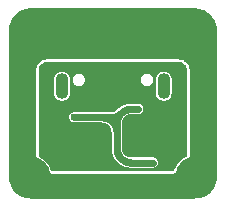
<source format=gbr>
%TF.GenerationSoftware,KiCad,Pcbnew,(5.99.0-13123-g97e9348ee1)*%
%TF.CreationDate,2021-12-06T14:29:08+03:00*%
%TF.ProjectId,Daughterboard,44617567-6874-4657-9262-6f6172642e6b,rev?*%
%TF.SameCoordinates,Original*%
%TF.FileFunction,Copper,L2,Bot*%
%TF.FilePolarity,Positive*%
%FSLAX46Y46*%
G04 Gerber Fmt 4.6, Leading zero omitted, Abs format (unit mm)*
G04 Created by KiCad (PCBNEW (5.99.0-13123-g97e9348ee1)) date 2021-12-06 14:29:08*
%MOMM*%
%LPD*%
G01*
G04 APERTURE LIST*
%TA.AperFunction,ComponentPad*%
%ADD10O,1.100000X2.200000*%
%TD*%
%TA.AperFunction,ComponentPad*%
%ADD11O,1.300000X1.900000*%
%TD*%
%TA.AperFunction,ComponentPad*%
%ADD12C,3.500000*%
%TD*%
%TA.AperFunction,ViaPad*%
%ADD13C,0.800000*%
%TD*%
%TA.AperFunction,ViaPad*%
%ADD14C,0.600000*%
%TD*%
%TA.AperFunction,Conductor*%
%ADD15C,0.600000*%
%TD*%
G04 APERTURE END LIST*
D10*
%TO.P,J1,S*%
%TO.N,GNDPWR*%
X91700000Y-63300000D03*
X100300000Y-63300000D03*
D11*
X91700000Y-59100000D03*
X100300000Y-59100000D03*
%TD*%
D12*
%TO.P,J3,1*%
%TO.N,GNDPWR*%
X103000000Y-58500000D03*
%TD*%
%TO.P,J4,1*%
%TO.N,GNDPWR*%
X103000000Y-71000000D03*
%TD*%
%TO.P,J5,1*%
%TO.N,GNDPWR*%
X89000000Y-71000000D03*
%TD*%
%TO.P,J6,1*%
%TO.N,GNDPWR*%
X89000000Y-58500000D03*
%TD*%
D13*
%TO.N,GND*%
X101650000Y-63870000D03*
X97500000Y-62225000D03*
X90250000Y-66980000D03*
X90400000Y-61900000D03*
X94550000Y-62225000D03*
X91325000Y-69675000D03*
X93440000Y-66960000D03*
X90400000Y-64775000D03*
X101825000Y-68880000D03*
X94300000Y-69675000D03*
X99875000Y-65475000D03*
X101650000Y-61900000D03*
X101825000Y-66710000D03*
X98890000Y-68040000D03*
D14*
%TO.N,VBUS*%
X98158300Y-65206880D03*
X99380000Y-69755000D03*
X92726804Y-65933219D03*
%TD*%
D15*
%TO.N,VBUS*%
X95804260Y-65933320D02*
X95834477Y-65932949D01*
X95864675Y-65931836D02*
X95894837Y-65929983D01*
X95924944Y-65927391D02*
X95954979Y-65924060D01*
X95984922Y-65919993D02*
X96014757Y-65915193D01*
X96014757Y-65915193D02*
X96044465Y-65909661D01*
X96044465Y-65909661D02*
X96074029Y-65903403D01*
X96074029Y-65903403D02*
X96103430Y-65896420D01*
X95954979Y-65924060D02*
X95984922Y-65919993D01*
X95834477Y-65932949D02*
X95864675Y-65931836D01*
X95894837Y-65929983D02*
X95924944Y-65927391D01*
X96161674Y-65880302D02*
X96190481Y-65871176D01*
X96275439Y-65839596D02*
X96303214Y-65827690D01*
X96608480Y-65634383D02*
X96631117Y-65614366D01*
X96384668Y-65787935D02*
X96411141Y-65773364D01*
X96513224Y-65708721D02*
X96537715Y-65691019D01*
X96561764Y-65672721D02*
X96585357Y-65653839D01*
X96437250Y-65758148D02*
X96462976Y-65742295D01*
X96103430Y-65896420D02*
X96132651Y-65888719D01*
X96132651Y-65888719D02*
X96161674Y-65880302D01*
X96303214Y-65827690D02*
X96330688Y-65815106D01*
X96330688Y-65815106D02*
X96357844Y-65801852D01*
X96462976Y-65742295D02*
X96488306Y-65725816D01*
X96357844Y-65801852D02*
X96384668Y-65787935D01*
X96488306Y-65725816D02*
X96513224Y-65708721D01*
X96585357Y-65653839D02*
X96608480Y-65634383D01*
X96411141Y-65773364D02*
X96437250Y-65758148D01*
X96537715Y-65691019D02*
X96561764Y-65672721D01*
X96631117Y-65614366D02*
X96653257Y-65593799D01*
X96190481Y-65871176D02*
X96219056Y-65861346D01*
X96247381Y-65850817D02*
X96275439Y-65839596D01*
X96653257Y-65593799D02*
X96674885Y-65572695D01*
X96219056Y-65861346D02*
X96247381Y-65850817D01*
X96435012Y-69048226D02*
X96422428Y-69020752D01*
X97164479Y-65269022D02*
X97193287Y-65259896D01*
X96476754Y-69128680D02*
X96462183Y-69102206D01*
X96317169Y-66410563D02*
X96316800Y-66440780D01*
X96866654Y-65414382D02*
X96891984Y-65397903D01*
X96596280Y-69302895D02*
X96577397Y-69279302D01*
X96524301Y-65756734D02*
X96541397Y-65731816D01*
X97078821Y-69661276D02*
X97051046Y-69649370D01*
X96422428Y-65941826D02*
X96435011Y-65914353D01*
X95633943Y-66064787D02*
X95606786Y-66051532D01*
X97399281Y-69745740D02*
X97369338Y-69741673D01*
X96680075Y-65567504D02*
X96701703Y-65546399D01*
X96524302Y-69205844D02*
X96507823Y-69180514D01*
X95523480Y-66015822D02*
X95495155Y-66005293D01*
X96746480Y-65505815D02*
X96769603Y-65486360D01*
X96891284Y-69563975D02*
X96865954Y-69547496D01*
X97051046Y-69649370D02*
X97023572Y-69636786D01*
X96462183Y-65860372D02*
X96476754Y-65833899D01*
X96369816Y-68879212D02*
X96361400Y-68850189D01*
X96841036Y-69530401D02*
X96816545Y-69512699D01*
X96943119Y-69595044D02*
X96917010Y-69579828D01*
X96353698Y-68820968D02*
X96346716Y-68791568D01*
X96378943Y-68908020D02*
X96369816Y-68879212D01*
X97024272Y-65325092D02*
X97051746Y-65312508D01*
X97489585Y-69753516D02*
X97459423Y-69751663D01*
X96615735Y-69326017D02*
X96596280Y-69302895D01*
X95660766Y-66078703D02*
X95633943Y-66064787D01*
X97221609Y-69710399D02*
X97192586Y-69701982D01*
X96507822Y-65782064D02*
X96524301Y-65756734D01*
X97310495Y-65230537D02*
X97340203Y-65225006D01*
X96307540Y-67019041D02*
X96303473Y-66989098D01*
X96723843Y-65525833D02*
X96746480Y-65505815D01*
X95884577Y-66232255D02*
X95861455Y-66212800D01*
X96326058Y-66290061D02*
X96322727Y-66320096D01*
X97051746Y-65312508D02*
X97079521Y-65300602D01*
X96841736Y-65431477D02*
X96866654Y-65414382D01*
X96817245Y-65449179D02*
X96841736Y-65431477D01*
X96346716Y-68791568D02*
X96340457Y-68762004D01*
X96559100Y-69255253D02*
X96541398Y-69230762D01*
X97519783Y-69754629D02*
X97489585Y-69753516D01*
X96462183Y-69102206D02*
X96448267Y-69075383D01*
X96286883Y-66899991D02*
X96279900Y-66870590D01*
X95956175Y-66299135D02*
X95950984Y-66293944D01*
X96223076Y-66698581D02*
X96211170Y-66670806D01*
X96322727Y-66320096D02*
X96320135Y-66350203D01*
X92726804Y-65933219D02*
X96413821Y-65933219D01*
X95110576Y-65933690D02*
X95080360Y-65933320D01*
X96996416Y-69623532D02*
X96969592Y-69609615D01*
X96701703Y-65546399D02*
X96723843Y-65525833D01*
X96316800Y-68521800D02*
X96316800Y-66440780D01*
X95408749Y-65977920D02*
X95379528Y-65970218D01*
X97459423Y-69751663D02*
X97429316Y-69749071D01*
X97079521Y-65300602D02*
X97107579Y-65289382D01*
X96559099Y-65707325D02*
X96577396Y-65683276D01*
X95201043Y-65939248D02*
X95170936Y-65936655D01*
X97222310Y-65251480D02*
X97251530Y-65243778D01*
X96263782Y-66812346D02*
X96254656Y-66783539D01*
X96279900Y-66870590D02*
X96272199Y-66841369D01*
X95170936Y-65936655D02*
X95140774Y-65934802D01*
X96917010Y-69579828D02*
X96891284Y-69563975D01*
X96435011Y-65914353D02*
X96448266Y-65887196D01*
X95789322Y-66157918D02*
X95764404Y-66140822D01*
X96326059Y-68672517D02*
X96322728Y-68642483D01*
X97520483Y-65207250D02*
X97550700Y-65206880D01*
X96422428Y-65941826D02*
X96410522Y-65969601D01*
X97369338Y-69741673D02*
X97339503Y-69736873D01*
X96361399Y-66112390D02*
X96353698Y-66141610D01*
X96320135Y-66350203D02*
X96318282Y-66380365D01*
X96303473Y-66989098D02*
X96298673Y-66959263D01*
X95495155Y-66005293D02*
X95466580Y-65995463D01*
X95606786Y-66051532D02*
X95579312Y-66038948D01*
X97399981Y-65216139D02*
X97430016Y-65212808D01*
X96185332Y-66616176D02*
X96171415Y-66589352D01*
X96037319Y-66388663D02*
X96017863Y-66365540D01*
X97339503Y-69736873D02*
X97309795Y-69731341D01*
X95907215Y-66252273D02*
X95884577Y-66232255D01*
X96997116Y-65338346D02*
X97024272Y-65325092D01*
X95466580Y-65995463D02*
X95437772Y-65986336D01*
X95290856Y-65951446D02*
X95261021Y-65946646D01*
X96970292Y-65352263D02*
X96997116Y-65338346D01*
X96701003Y-69415479D02*
X96679375Y-69394375D01*
X96577396Y-65683276D02*
X96596279Y-65659683D01*
X95929355Y-66272840D02*
X95907215Y-66252273D01*
X96317170Y-68552016D02*
X96316800Y-68521800D01*
X96109296Y-66485714D02*
X96092201Y-66460796D01*
X96410522Y-65969601D02*
X96399301Y-65997659D01*
X96615734Y-65636561D02*
X96635752Y-65613923D01*
X95379528Y-65970218D02*
X95350128Y-65963236D01*
X96334926Y-68732296D02*
X96330126Y-68702461D01*
X97460123Y-65210215D02*
X97490285Y-65208362D01*
X96388773Y-68936595D02*
X96378943Y-68908020D01*
X95813813Y-66175620D02*
X95789322Y-66157918D01*
X96346715Y-66171011D02*
X96340457Y-66200575D01*
X97106879Y-69672497D02*
X97078821Y-69661276D01*
X96254656Y-66783539D02*
X96244826Y-66754964D01*
X96943819Y-65366834D02*
X96970292Y-65352263D01*
X96865954Y-69547496D02*
X96841036Y-69530401D01*
X95320564Y-65956977D02*
X95290856Y-65951446D01*
X96353698Y-66141610D02*
X96346715Y-66171011D01*
X96677423Y-65570155D02*
X96680075Y-65567504D01*
X96171415Y-66589352D02*
X96156844Y-66562879D01*
X96310871Y-67049076D02*
X96307540Y-67019041D01*
X97429316Y-69749071D02*
X97399281Y-69745740D01*
X96330125Y-66260118D02*
X96326058Y-66290061D01*
X96125775Y-66511044D02*
X96109296Y-66485714D01*
X95551538Y-66027042D02*
X95523480Y-66015822D01*
X96340457Y-66200575D02*
X96334926Y-66230283D01*
X95437772Y-65986336D02*
X95408749Y-65977920D01*
X96745780Y-69456063D02*
X96723143Y-69436046D01*
X96316800Y-67169760D02*
X96316429Y-67139543D01*
X96369816Y-66083367D02*
X96361399Y-66112390D01*
X96272199Y-66841369D02*
X96263782Y-66812346D01*
X96322728Y-68642483D02*
X96320135Y-68612376D01*
X96677424Y-69392424D02*
X96656320Y-69370795D01*
X97550700Y-65206880D02*
X98158300Y-65206880D01*
X96092201Y-66460796D02*
X96074499Y-66436305D01*
X97280231Y-69725083D02*
X97250830Y-69718100D01*
X97135904Y-65278853D02*
X97164479Y-65269022D01*
X97251530Y-65243778D02*
X97280931Y-65236796D01*
X95739074Y-66124343D02*
X95713348Y-66108491D01*
X96541398Y-69230762D02*
X96524302Y-69205844D01*
X96476754Y-65833899D02*
X96491970Y-65807791D01*
X97107579Y-65289382D02*
X97135904Y-65278853D01*
X96410522Y-68992978D02*
X96399302Y-68964920D01*
X97193287Y-65259896D02*
X97222310Y-65251480D01*
X96656318Y-65591783D02*
X96677423Y-65570155D01*
X95261021Y-65946646D02*
X95231077Y-65942579D01*
X96234297Y-66726639D02*
X96223076Y-66698581D01*
X96448266Y-65887196D02*
X96462183Y-65860372D01*
X96491970Y-65807791D02*
X96507822Y-65782064D01*
X97550000Y-69755000D02*
X97519783Y-69754629D01*
X96244826Y-66754964D02*
X96234297Y-66726639D01*
X96298673Y-66959263D02*
X96293141Y-66929555D01*
X96541397Y-65731816D02*
X96559099Y-65707325D01*
X96156844Y-66562879D02*
X96141628Y-66536770D01*
X95861455Y-66212800D02*
X95837862Y-66193917D01*
X96141628Y-66536770D02*
X96125775Y-66511044D01*
X96318282Y-66380365D02*
X96317169Y-66410563D01*
X96792496Y-69494401D02*
X96768903Y-69475519D01*
X96635752Y-65613923D02*
X96656318Y-65591783D01*
X96917711Y-65382050D02*
X96943819Y-65366834D01*
X97250830Y-69718100D02*
X97221609Y-69710399D01*
X96315316Y-67109345D02*
X96313463Y-67079183D01*
X96679375Y-69394375D02*
X96677424Y-69392424D01*
X97280931Y-65236796D02*
X97310495Y-65230537D01*
X96413821Y-65933219D02*
X96422428Y-65941826D01*
X96056201Y-66412256D02*
X96037319Y-66388663D01*
X95579312Y-66038948D02*
X95551538Y-66027042D01*
X96793196Y-65467477D02*
X96817245Y-65449179D01*
X96577397Y-69279302D02*
X96559100Y-69255253D01*
X96491971Y-69154788D02*
X96476754Y-69128680D01*
X96378942Y-66054559D02*
X96369816Y-66083367D01*
X96507823Y-69180514D02*
X96491971Y-69154788D01*
X97490285Y-65208362D02*
X97520483Y-65207250D01*
X96891984Y-65397903D02*
X96917711Y-65382050D01*
X97192586Y-69701982D02*
X97163779Y-69692856D01*
X96320135Y-68612376D02*
X96318282Y-68582214D01*
X96017863Y-66365540D02*
X95997846Y-66342903D01*
X96313463Y-67079183D02*
X96310871Y-67049076D01*
X96330126Y-68702461D02*
X96326059Y-68672517D01*
X96211170Y-66670806D02*
X96198586Y-66643332D01*
X96635753Y-69348655D02*
X96615735Y-69326017D01*
X96422428Y-69020752D02*
X96410522Y-68992978D01*
X96816545Y-69512699D02*
X96792496Y-69494401D01*
X95997846Y-66342903D02*
X95977279Y-66320763D01*
X96399302Y-68964920D02*
X96388773Y-68936595D01*
X96656320Y-69370795D02*
X96635753Y-69348655D01*
X96399301Y-65997659D02*
X96388772Y-66025984D01*
X97163779Y-69692856D02*
X97135204Y-69683026D01*
X95950984Y-66293944D02*
X95929355Y-66272840D01*
X96316429Y-67139543D02*
X96315316Y-67109345D01*
X96074499Y-66436305D02*
X96056201Y-66412256D01*
X97309795Y-69731341D02*
X97280231Y-69725083D01*
X97370038Y-65220206D02*
X97399981Y-65216139D01*
X95977279Y-66320763D02*
X95956175Y-66299135D01*
X95350128Y-65963236D02*
X95320564Y-65956977D01*
X96723143Y-69436046D02*
X96701003Y-69415479D01*
X96768903Y-69475519D02*
X96745780Y-69456063D01*
X96969592Y-69609615D02*
X96943119Y-69595044D01*
X95231077Y-65942579D02*
X95201043Y-65939248D01*
X96318282Y-68582214D02*
X96317170Y-68552016D01*
X95713348Y-66108491D02*
X95687240Y-66093274D01*
X96388772Y-66025984D02*
X96378942Y-66054559D01*
X95837862Y-66193917D02*
X95813813Y-66175620D01*
X97023572Y-69636786D02*
X96996416Y-69623532D01*
X95764404Y-66140822D02*
X95739074Y-66124343D01*
X97135204Y-69683026D02*
X97106879Y-69672497D01*
X96769603Y-65486360D02*
X96793196Y-65467477D01*
X96293141Y-66929555D02*
X96286883Y-66899991D01*
X96340457Y-68762004D02*
X96334926Y-68732296D01*
X97430016Y-65212808D02*
X97460123Y-65210215D01*
X96334926Y-66230283D02*
X96330125Y-66260118D01*
X96198586Y-66643332D02*
X96185332Y-66616176D01*
X95140774Y-65934802D02*
X95110576Y-65933690D01*
X96448267Y-69075383D02*
X96435012Y-69048226D01*
X97340203Y-65225006D02*
X97370038Y-65220206D01*
X97550000Y-69755000D02*
X99380000Y-69755000D01*
X96596279Y-65659683D02*
X96615734Y-65636561D01*
X96361400Y-68850189D02*
X96353698Y-68820968D01*
X95687240Y-66093274D02*
X95660766Y-66078703D01*
%TD*%
%TA.AperFunction,Conductor*%
%TO.N,GNDPWR*%
G36*
X102984357Y-56701628D02*
G01*
X102992618Y-56703528D01*
X102992619Y-56703528D01*
X102999642Y-56705143D01*
X103008295Y-56703185D01*
X103026606Y-56701744D01*
X103230763Y-56715125D01*
X103239063Y-56716218D01*
X103351502Y-56738583D01*
X103461767Y-56760516D01*
X103469844Y-56762681D01*
X103577352Y-56799175D01*
X103684855Y-56835668D01*
X103692589Y-56838871D01*
X103715696Y-56850266D01*
X103896242Y-56939301D01*
X103903486Y-56943483D01*
X104092284Y-57069634D01*
X104098922Y-57074727D01*
X104269638Y-57224442D01*
X104275558Y-57230362D01*
X104425273Y-57401078D01*
X104430369Y-57407720D01*
X104556515Y-57596511D01*
X104560701Y-57603761D01*
X104661129Y-57807411D01*
X104664332Y-57815145D01*
X104737318Y-58030151D01*
X104739485Y-58038237D01*
X104783782Y-58260937D01*
X104784875Y-58269237D01*
X104798227Y-58472943D01*
X104796736Y-58491469D01*
X104794857Y-58499642D01*
X104798422Y-58515397D01*
X104800000Y-58529522D01*
X104800000Y-70970014D01*
X104798372Y-70984356D01*
X104794857Y-70999642D01*
X104796448Y-71006672D01*
X104796815Y-71008295D01*
X104798256Y-71026606D01*
X104784875Y-71230763D01*
X104783782Y-71239063D01*
X104739485Y-71461763D01*
X104737318Y-71469849D01*
X104664332Y-71684855D01*
X104661129Y-71692589D01*
X104560701Y-71896239D01*
X104556515Y-71903489D01*
X104430369Y-72092280D01*
X104425273Y-72098922D01*
X104275558Y-72269638D01*
X104269638Y-72275558D01*
X104098922Y-72425273D01*
X104092284Y-72430366D01*
X103903489Y-72556515D01*
X103896242Y-72560699D01*
X103791942Y-72612134D01*
X103692589Y-72661129D01*
X103684855Y-72664332D01*
X103577352Y-72700825D01*
X103469844Y-72737319D01*
X103461767Y-72739484D01*
X103351502Y-72761417D01*
X103239063Y-72783782D01*
X103230763Y-72784875D01*
X103155853Y-72789785D01*
X103027054Y-72798227D01*
X103008531Y-72796736D01*
X103000358Y-72794857D01*
X102984824Y-72798372D01*
X102984603Y-72798422D01*
X102970478Y-72800000D01*
X89029986Y-72800000D01*
X89015643Y-72798372D01*
X89007382Y-72796472D01*
X89007381Y-72796472D01*
X89000358Y-72794857D01*
X88992054Y-72796736D01*
X88991705Y-72796815D01*
X88973394Y-72798256D01*
X88769237Y-72784875D01*
X88760937Y-72783782D01*
X88648498Y-72761417D01*
X88538233Y-72739484D01*
X88530156Y-72737319D01*
X88422648Y-72700825D01*
X88315145Y-72664332D01*
X88307411Y-72661129D01*
X88208058Y-72612134D01*
X88103758Y-72560699D01*
X88096511Y-72556515D01*
X87907716Y-72430366D01*
X87901078Y-72425273D01*
X87730362Y-72275558D01*
X87724442Y-72269638D01*
X87574727Y-72098922D01*
X87569631Y-72092280D01*
X87443485Y-71903489D01*
X87439299Y-71896239D01*
X87338871Y-71692589D01*
X87335668Y-71684855D01*
X87262682Y-71469849D01*
X87260515Y-71461763D01*
X87216218Y-71239063D01*
X87215125Y-71230763D01*
X87201773Y-71027057D01*
X87203264Y-71008531D01*
X87205143Y-71000358D01*
X87201578Y-70984603D01*
X87200000Y-70970478D01*
X87200000Y-69212457D01*
X89505000Y-69212457D01*
X89509316Y-69253782D01*
X89514781Y-69279660D01*
X89523297Y-69308820D01*
X89525955Y-69312837D01*
X89536697Y-69329070D01*
X89572415Y-69383049D01*
X89607858Y-69416860D01*
X89673747Y-69458674D01*
X89676682Y-69459809D01*
X89676687Y-69459812D01*
X89704269Y-69470482D01*
X89713118Y-69473905D01*
X89721291Y-69477749D01*
X89804141Y-69524148D01*
X89921044Y-69589617D01*
X89928600Y-69594581D01*
X90110578Y-69733462D01*
X90117359Y-69739440D01*
X90277953Y-69902577D01*
X90283824Y-69909451D01*
X90389853Y-70053000D01*
X90419834Y-70093591D01*
X90424677Y-70101222D01*
X90511959Y-70262983D01*
X90533386Y-70302695D01*
X90537105Y-70310932D01*
X90608941Y-70505654D01*
X90608942Y-70505656D01*
X90611422Y-70512378D01*
X90630615Y-70550979D01*
X90645404Y-70574082D01*
X90664720Y-70599525D01*
X90737312Y-70651031D01*
X90740635Y-70652407D01*
X90740636Y-70652408D01*
X90741320Y-70652691D01*
X90782567Y-70669776D01*
X90785654Y-70670390D01*
X90785657Y-70670391D01*
X90856015Y-70684386D01*
X90856017Y-70684386D01*
X90859103Y-70685000D01*
X101140132Y-70685000D01*
X101193660Y-70677704D01*
X101215903Y-70671526D01*
X101225003Y-70668998D01*
X101225007Y-70668997D01*
X101226669Y-70668535D01*
X101266526Y-70652691D01*
X101270876Y-70648951D01*
X101331287Y-70597003D01*
X101334014Y-70594658D01*
X101349212Y-70574082D01*
X101361250Y-70557785D01*
X101361251Y-70557783D01*
X101363117Y-70555257D01*
X101386463Y-70505656D01*
X101395004Y-70487509D01*
X101395005Y-70487507D01*
X101396339Y-70484672D01*
X101397025Y-70481912D01*
X101397032Y-70481882D01*
X101397094Y-70481632D01*
X101398150Y-70478663D01*
X101398215Y-70478686D01*
X101399357Y-70475171D01*
X101470611Y-70299252D01*
X101485301Y-70262983D01*
X101489279Y-70254864D01*
X101578995Y-70100409D01*
X101579006Y-70100392D01*
X101604260Y-70056915D01*
X101609341Y-70049438D01*
X101751059Y-69869668D01*
X101757143Y-69862981D01*
X101834556Y-69789133D01*
X101922782Y-69704969D01*
X101929747Y-69699207D01*
X102116011Y-69566100D01*
X102123720Y-69561376D01*
X102300475Y-69469560D01*
X102343449Y-69447237D01*
X102343518Y-69447369D01*
X102345815Y-69445584D01*
X102362095Y-69437727D01*
X102363707Y-69436949D01*
X102387755Y-69421820D01*
X102414525Y-69401662D01*
X102425971Y-69385530D01*
X102463951Y-69332002D01*
X102463952Y-69332000D01*
X102466031Y-69329070D01*
X102484776Y-69283815D01*
X102485603Y-69279660D01*
X102499386Y-69210367D01*
X102499386Y-69210365D01*
X102500000Y-69207279D01*
X102500000Y-61928598D01*
X102499686Y-61917396D01*
X102499284Y-61910230D01*
X102498341Y-61899040D01*
X102482000Y-61754005D01*
X102478240Y-61731880D01*
X102475050Y-61717908D01*
X102468843Y-61696369D01*
X102421836Y-61562032D01*
X102413254Y-61541312D01*
X102407036Y-61528400D01*
X102396187Y-61508770D01*
X102320465Y-61388259D01*
X102307491Y-61369973D01*
X102298556Y-61358768D01*
X102283606Y-61342039D01*
X102182961Y-61241394D01*
X102166232Y-61226444D01*
X102155027Y-61217509D01*
X102144694Y-61210178D01*
X102137466Y-61205049D01*
X102137457Y-61205043D01*
X102136741Y-61204535D01*
X102016230Y-61128813D01*
X101996600Y-61117964D01*
X101983688Y-61111746D01*
X101962968Y-61103164D01*
X101828631Y-61056157D01*
X101825621Y-61055290D01*
X101807940Y-61050194D01*
X101807924Y-61050190D01*
X101807095Y-61049951D01*
X101803901Y-61049222D01*
X101794015Y-61046964D01*
X101794000Y-61046961D01*
X101793124Y-61046761D01*
X101792239Y-61046611D01*
X101792226Y-61046608D01*
X101771873Y-61043149D01*
X101771871Y-61043149D01*
X101770996Y-61043000D01*
X101770126Y-61042902D01*
X101770119Y-61042901D01*
X101720084Y-61037264D01*
X101625960Y-61026659D01*
X101625541Y-61026624D01*
X101625534Y-61026623D01*
X101623808Y-61026478D01*
X101614770Y-61025716D01*
X101612988Y-61025616D01*
X101608022Y-61025337D01*
X101607992Y-61025336D01*
X101607604Y-61025314D01*
X101596402Y-61025000D01*
X90408598Y-61025000D01*
X90397396Y-61025314D01*
X90397008Y-61025336D01*
X90396978Y-61025337D01*
X90392012Y-61025616D01*
X90390230Y-61025716D01*
X90381192Y-61026478D01*
X90379466Y-61026623D01*
X90379459Y-61026624D01*
X90379040Y-61026659D01*
X90284916Y-61037264D01*
X90234881Y-61042901D01*
X90234874Y-61042902D01*
X90234004Y-61043000D01*
X90233129Y-61043149D01*
X90233127Y-61043149D01*
X90212774Y-61046608D01*
X90212761Y-61046611D01*
X90211876Y-61046761D01*
X90211000Y-61046961D01*
X90210985Y-61046964D01*
X90201099Y-61049222D01*
X90197905Y-61049951D01*
X90197076Y-61050190D01*
X90197060Y-61050194D01*
X90179379Y-61055290D01*
X90176369Y-61056157D01*
X90042032Y-61103164D01*
X90021312Y-61111746D01*
X90008400Y-61117964D01*
X89988770Y-61128813D01*
X89868259Y-61204535D01*
X89867543Y-61205043D01*
X89867534Y-61205049D01*
X89860306Y-61210178D01*
X89849973Y-61217509D01*
X89838768Y-61226444D01*
X89822039Y-61241394D01*
X89721394Y-61342039D01*
X89706444Y-61358768D01*
X89697509Y-61369973D01*
X89684535Y-61388259D01*
X89608813Y-61508770D01*
X89597964Y-61528400D01*
X89591746Y-61541312D01*
X89583164Y-61562032D01*
X89536157Y-61696369D01*
X89529950Y-61717908D01*
X89526760Y-61731880D01*
X89523000Y-61754005D01*
X89506659Y-61899040D01*
X89505716Y-61910230D01*
X89505314Y-61917396D01*
X89505000Y-61928598D01*
X89505000Y-69212457D01*
X87200000Y-69212457D01*
X87200000Y-58529986D01*
X87201628Y-58515643D01*
X87203528Y-58507382D01*
X87203528Y-58507381D01*
X87205143Y-58500358D01*
X87203185Y-58491705D01*
X87201744Y-58473394D01*
X87215125Y-58269237D01*
X87216218Y-58260937D01*
X87260515Y-58038237D01*
X87262682Y-58030151D01*
X87335668Y-57815145D01*
X87338871Y-57807411D01*
X87439299Y-57603761D01*
X87443485Y-57596511D01*
X87569631Y-57407720D01*
X87574727Y-57401078D01*
X87724442Y-57230362D01*
X87730362Y-57224442D01*
X87901078Y-57074727D01*
X87907716Y-57069634D01*
X88096514Y-56943483D01*
X88103758Y-56939301D01*
X88284304Y-56850266D01*
X88307411Y-56838871D01*
X88315145Y-56835668D01*
X88422648Y-56799175D01*
X88530156Y-56762681D01*
X88538233Y-56760516D01*
X88648498Y-56738583D01*
X88760937Y-56716218D01*
X88769237Y-56715125D01*
X88844147Y-56710215D01*
X88972946Y-56701773D01*
X88991469Y-56703264D01*
X88999642Y-56705143D01*
X89015397Y-56701578D01*
X89029522Y-56700000D01*
X102970014Y-56700000D01*
X102984357Y-56701628D01*
G37*
%TD.AperFunction*%
%TA.AperFunction,Conductor*%
G36*
X100305865Y-62269491D02*
G01*
X100305879Y-62269491D01*
X100308581Y-62269505D01*
X100352923Y-62269737D01*
X100368179Y-62271664D01*
X100465949Y-62296222D01*
X100480306Y-62301733D01*
X100536962Y-62331731D01*
X100569403Y-62348908D01*
X100582029Y-62357684D01*
X100657302Y-62424749D01*
X100667472Y-62436284D01*
X100691385Y-62471078D01*
X100691386Y-62471080D01*
X100724570Y-62519363D01*
X100731694Y-62532990D01*
X100759167Y-62605695D01*
X100767331Y-62627301D01*
X100770997Y-62642229D01*
X100780036Y-62716924D01*
X100780500Y-62724613D01*
X100780500Y-63877548D01*
X100779953Y-63885901D01*
X100769843Y-63962701D01*
X100766019Y-63977592D01*
X100731155Y-64067013D01*
X100729399Y-64071518D01*
X100722133Y-64085070D01*
X100664167Y-64167547D01*
X100653876Y-64178976D01*
X100577903Y-64245250D01*
X100565185Y-64253892D01*
X100479213Y-64298267D01*
X100475607Y-64300128D01*
X100461195Y-64305488D01*
X100429245Y-64313159D01*
X100363163Y-64329023D01*
X100347889Y-64330790D01*
X100294135Y-64330509D01*
X100294121Y-64330509D01*
X100291419Y-64330495D01*
X100247077Y-64330263D01*
X100231821Y-64328336D01*
X100134051Y-64303778D01*
X100119694Y-64298267D01*
X100063038Y-64268269D01*
X100063037Y-64268268D01*
X100030593Y-64251089D01*
X100017967Y-64242314D01*
X99942698Y-64175252D01*
X99932529Y-64163717D01*
X99886647Y-64096959D01*
X99875432Y-64080641D01*
X99868308Y-64067013D01*
X99832671Y-63972702D01*
X99829003Y-63957769D01*
X99819964Y-63883075D01*
X99819500Y-63875386D01*
X99819500Y-62722449D01*
X99820048Y-62714095D01*
X99821758Y-62701107D01*
X99824518Y-62701470D01*
X99824519Y-62701467D01*
X99821758Y-62701103D01*
X99830158Y-62637296D01*
X99833981Y-62622409D01*
X99870602Y-62528480D01*
X99877867Y-62514930D01*
X99908686Y-62471080D01*
X99935833Y-62432453D01*
X99946124Y-62421024D01*
X100022097Y-62354750D01*
X100034814Y-62346108D01*
X100073851Y-62325959D01*
X100124394Y-62299872D01*
X100138805Y-62294512D01*
X100170755Y-62286841D01*
X100236837Y-62270977D01*
X100252111Y-62269210D01*
X100305865Y-62269491D01*
G37*
%TD.AperFunction*%
%TA.AperFunction,Conductor*%
G36*
X91705865Y-62269491D02*
G01*
X91705879Y-62269491D01*
X91708581Y-62269505D01*
X91752923Y-62269737D01*
X91768179Y-62271664D01*
X91865949Y-62296222D01*
X91880306Y-62301733D01*
X91936962Y-62331731D01*
X91969403Y-62348908D01*
X91982029Y-62357684D01*
X92057302Y-62424749D01*
X92067472Y-62436284D01*
X92091385Y-62471078D01*
X92091386Y-62471080D01*
X92124570Y-62519363D01*
X92131694Y-62532990D01*
X92159167Y-62605695D01*
X92167331Y-62627301D01*
X92170997Y-62642229D01*
X92180036Y-62716924D01*
X92180500Y-62724613D01*
X92180500Y-63877548D01*
X92179953Y-63885901D01*
X92169843Y-63962701D01*
X92166019Y-63977592D01*
X92131155Y-64067013D01*
X92129399Y-64071518D01*
X92122133Y-64085070D01*
X92064167Y-64167547D01*
X92053876Y-64178976D01*
X91977903Y-64245250D01*
X91965185Y-64253892D01*
X91879213Y-64298267D01*
X91875607Y-64300128D01*
X91861195Y-64305488D01*
X91829245Y-64313159D01*
X91763163Y-64329023D01*
X91747889Y-64330790D01*
X91694135Y-64330509D01*
X91694121Y-64330509D01*
X91691419Y-64330495D01*
X91647077Y-64330263D01*
X91631821Y-64328336D01*
X91534051Y-64303778D01*
X91519694Y-64298267D01*
X91463038Y-64268269D01*
X91463037Y-64268268D01*
X91430593Y-64251089D01*
X91417967Y-64242314D01*
X91342698Y-64175252D01*
X91332529Y-64163717D01*
X91286647Y-64096959D01*
X91275432Y-64080641D01*
X91268308Y-64067013D01*
X91232671Y-63972702D01*
X91229003Y-63957769D01*
X91219964Y-63883075D01*
X91219500Y-63875386D01*
X91219500Y-62722449D01*
X91220048Y-62714095D01*
X91221758Y-62701107D01*
X91224518Y-62701470D01*
X91224519Y-62701467D01*
X91221758Y-62701103D01*
X91230158Y-62637296D01*
X91233981Y-62622409D01*
X91270602Y-62528480D01*
X91277867Y-62514930D01*
X91308686Y-62471080D01*
X91335833Y-62432453D01*
X91346124Y-62421024D01*
X91422097Y-62354750D01*
X91434814Y-62346108D01*
X91473851Y-62325959D01*
X91524394Y-62299872D01*
X91538805Y-62294512D01*
X91570755Y-62286841D01*
X91636837Y-62270977D01*
X91652111Y-62269210D01*
X91705865Y-62269491D01*
G37*
%TD.AperFunction*%
%TD*%
%TA.AperFunction,Conductor*%
%TO.N,GND*%
G36*
X101603568Y-61225402D02*
G01*
X101748604Y-61241743D01*
X101762575Y-61244933D01*
X101896912Y-61291940D01*
X101909824Y-61298158D01*
X102030335Y-61373880D01*
X102041540Y-61382815D01*
X102142185Y-61483460D01*
X102151120Y-61494665D01*
X102226842Y-61615176D01*
X102233060Y-61628088D01*
X102280067Y-61762425D01*
X102283257Y-61776397D01*
X102299598Y-61921432D01*
X102300000Y-61928598D01*
X102300000Y-69207279D01*
X102281255Y-69252534D01*
X102257207Y-69267663D01*
X102253388Y-69269004D01*
X102253376Y-69269009D01*
X102251255Y-69269754D01*
X102208281Y-69292077D01*
X102016936Y-69391472D01*
X102016931Y-69391475D01*
X102014931Y-69392514D01*
X101798262Y-69547348D01*
X101796626Y-69548909D01*
X101796622Y-69548912D01*
X101696505Y-69644420D01*
X101605571Y-69731167D01*
X101604163Y-69732953D01*
X101443937Y-69936199D01*
X101440702Y-69940302D01*
X101406057Y-69999948D01*
X101308080Y-70168626D01*
X101308077Y-70168632D01*
X101306945Y-70170581D01*
X101306099Y-70172671D01*
X101306096Y-70172676D01*
X101285239Y-70224170D01*
X101206969Y-70417409D01*
X101202930Y-70433670D01*
X101202244Y-70436430D01*
X101173141Y-70475831D01*
X101140132Y-70485000D01*
X90859103Y-70485000D01*
X90813848Y-70466255D01*
X90799059Y-70443152D01*
X90796579Y-70436430D01*
X90718272Y-70224170D01*
X90591815Y-69989804D01*
X90587429Y-69983865D01*
X90434941Y-69777414D01*
X90433596Y-69775593D01*
X90246774Y-69585813D01*
X90244311Y-69583933D01*
X90036881Y-69425627D01*
X90036878Y-69425625D01*
X90035075Y-69424249D01*
X90026403Y-69419392D01*
X89901865Y-69349648D01*
X89802723Y-69294126D01*
X89800612Y-69293309D01*
X89800607Y-69293307D01*
X89745908Y-69272146D01*
X89710465Y-69238335D01*
X89705000Y-69212457D01*
X89705000Y-65927905D01*
X92291909Y-65927905D01*
X92296603Y-65963793D01*
X92298024Y-65974662D01*
X92298403Y-65978434D01*
X92301926Y-66028190D01*
X92303654Y-66032657D01*
X92303832Y-66033118D01*
X92305921Y-66041311D01*
X92306081Y-66041266D01*
X92307308Y-66045660D01*
X92307899Y-66050179D01*
X92321663Y-66081459D01*
X92328298Y-66096539D01*
X92329407Y-66099224D01*
X92346906Y-66144458D01*
X92346908Y-66144462D01*
X92348634Y-66148923D01*
X92351595Y-66152679D01*
X92352024Y-66153431D01*
X92354773Y-66157346D01*
X92355728Y-66158880D01*
X92357563Y-66163051D01*
X92360496Y-66166540D01*
X92392453Y-66204558D01*
X92393720Y-66206115D01*
X92428778Y-66250585D01*
X92432712Y-66253304D01*
X92433306Y-66253862D01*
X92435056Y-66255240D01*
X92436911Y-66257447D01*
X92440706Y-66259974D01*
X92440707Y-66259974D01*
X92485143Y-66289554D01*
X92486066Y-66290181D01*
X92531329Y-66321463D01*
X92531331Y-66321464D01*
X92535271Y-66324187D01*
X92538894Y-66325333D01*
X92539563Y-66325778D01*
X92600391Y-66344782D01*
X92658698Y-66363222D01*
X92662335Y-66363508D01*
X92662339Y-66363509D01*
X92663101Y-66363569D01*
X92665013Y-66363719D01*
X92720415Y-66363719D01*
X92721588Y-66363730D01*
X92780562Y-66364811D01*
X92783535Y-66364000D01*
X92788068Y-66363719D01*
X95069098Y-66363719D01*
X95069882Y-66363724D01*
X95099209Y-66364083D01*
X95100761Y-66364121D01*
X95111540Y-66364518D01*
X95118879Y-66364788D01*
X95120447Y-66364865D01*
X95128539Y-66365362D01*
X95138505Y-66365974D01*
X95140026Y-66366087D01*
X95158070Y-66367641D01*
X95159596Y-66367791D01*
X95173590Y-66369343D01*
X95177591Y-66369787D01*
X95179144Y-66369979D01*
X95197091Y-66372416D01*
X95198606Y-66372640D01*
X95216462Y-66375512D01*
X95217993Y-66375778D01*
X95235839Y-66379101D01*
X95237371Y-66379406D01*
X95249789Y-66382036D01*
X95254987Y-66383136D01*
X95256516Y-66383479D01*
X95274184Y-66387674D01*
X95275655Y-66388043D01*
X95293197Y-66392666D01*
X95294694Y-66393081D01*
X95312031Y-66398109D01*
X95313531Y-66398564D01*
X95319435Y-66400434D01*
X95330848Y-66404050D01*
X95332247Y-66404512D01*
X95346049Y-66409260D01*
X95349351Y-66410396D01*
X95350832Y-66410925D01*
X95367805Y-66417235D01*
X95369243Y-66417790D01*
X95386068Y-66424518D01*
X95387486Y-66425105D01*
X95404141Y-66432244D01*
X95405536Y-66432862D01*
X95422030Y-66440417D01*
X95423394Y-66441063D01*
X95439671Y-66449008D01*
X95441042Y-66449697D01*
X95455344Y-66457117D01*
X95457114Y-66458035D01*
X95458502Y-66458777D01*
X95474348Y-66467499D01*
X95475713Y-66468272D01*
X95491329Y-66477373D01*
X95492678Y-66478182D01*
X95508077Y-66487671D01*
X95509398Y-66488507D01*
X95524573Y-66498380D01*
X95525814Y-66499209D01*
X95540781Y-66509478D01*
X95542044Y-66510368D01*
X95556716Y-66520973D01*
X95557977Y-66521908D01*
X95572376Y-66532863D01*
X95573616Y-66533831D01*
X95587728Y-66545126D01*
X95588913Y-66546098D01*
X95602783Y-66557768D01*
X95603904Y-66558734D01*
X95617548Y-66570799D01*
X95618615Y-66571767D01*
X95631985Y-66584188D01*
X95633019Y-66585173D01*
X95647500Y-66599301D01*
X95648147Y-66599933D01*
X95648706Y-66600485D01*
X95649627Y-66601406D01*
X95650179Y-66601965D01*
X95664914Y-66617066D01*
X95665995Y-66618202D01*
X95678324Y-66631473D01*
X95679362Y-66632618D01*
X95691331Y-66646154D01*
X95692356Y-66647342D01*
X95704003Y-66661184D01*
X95705000Y-66662399D01*
X95716298Y-66676516D01*
X95717262Y-66677751D01*
X95728223Y-66692156D01*
X95729162Y-66693423D01*
X95739757Y-66708083D01*
X95740660Y-66709365D01*
X95750863Y-66724237D01*
X95751734Y-66725540D01*
X95761630Y-66740750D01*
X95762441Y-66742031D01*
X95771958Y-66757474D01*
X95772725Y-66758754D01*
X95781825Y-66774368D01*
X95782599Y-66775734D01*
X95791350Y-66791634D01*
X95792089Y-66793017D01*
X95800427Y-66809088D01*
X95801100Y-66810426D01*
X95809046Y-66826705D01*
X95809702Y-66828090D01*
X95815912Y-66841648D01*
X95817241Y-66844550D01*
X95817877Y-66845985D01*
X95825000Y-66862601D01*
X95825602Y-66864054D01*
X95832322Y-66880859D01*
X95832885Y-66882320D01*
X95839200Y-66899306D01*
X95839731Y-66900790D01*
X95845584Y-66917805D01*
X95846077Y-66919296D01*
X95851564Y-66936618D01*
X95852010Y-66938085D01*
X95857050Y-66955463D01*
X95857452Y-66956919D01*
X95862070Y-66974443D01*
X95862451Y-66975964D01*
X95866631Y-66993565D01*
X95866976Y-66995100D01*
X95870722Y-67012798D01*
X95871026Y-67014327D01*
X95874340Y-67032120D01*
X95874602Y-67033629D01*
X95877474Y-67051481D01*
X95877704Y-67053035D01*
X95880141Y-67070981D01*
X95880333Y-67072535D01*
X95882329Y-67090528D01*
X95882477Y-67092031D01*
X95883601Y-67105090D01*
X95884029Y-67110061D01*
X95884143Y-67111602D01*
X95884268Y-67113626D01*
X95885253Y-67129665D01*
X95885330Y-67131224D01*
X95885999Y-67149384D01*
X95886037Y-67150955D01*
X95886295Y-67171966D01*
X95886300Y-67172752D01*
X95886300Y-68453825D01*
X95885837Y-68458954D01*
X95885995Y-68458964D01*
X95885576Y-68465285D01*
X95885591Y-68466536D01*
X95885591Y-68466548D01*
X95885887Y-68490694D01*
X95885334Y-68498397D01*
X95884952Y-68499780D01*
X95884688Y-68506109D01*
X95884734Y-68507359D01*
X95884734Y-68507366D01*
X95885623Y-68531499D01*
X95885259Y-68539217D01*
X95884912Y-68540604D01*
X95884803Y-68546937D01*
X95884879Y-68548172D01*
X95886361Y-68572303D01*
X95886187Y-68580023D01*
X95885874Y-68581419D01*
X95885921Y-68587753D01*
X95887000Y-68600277D01*
X95888101Y-68613067D01*
X95888116Y-68620789D01*
X95887838Y-68622192D01*
X95888040Y-68628523D01*
X95888178Y-68629765D01*
X95890841Y-68653777D01*
X95891045Y-68661495D01*
X95890802Y-68662902D01*
X95891160Y-68669227D01*
X95891330Y-68670478D01*
X95894579Y-68694404D01*
X95894972Y-68702111D01*
X95894764Y-68703522D01*
X95895277Y-68709836D01*
X95895474Y-68711061D01*
X95895476Y-68711077D01*
X95899313Y-68734928D01*
X95899896Y-68742626D01*
X95899722Y-68744046D01*
X95900389Y-68750345D01*
X95900617Y-68751571D01*
X95900619Y-68751583D01*
X95905039Y-68775324D01*
X95905812Y-68783013D01*
X95905672Y-68784437D01*
X95906494Y-68790718D01*
X95906753Y-68791941D01*
X95906755Y-68791953D01*
X95911756Y-68815573D01*
X95912717Y-68823236D01*
X95912612Y-68824660D01*
X95913588Y-68830919D01*
X95919461Y-68855648D01*
X95920608Y-68863278D01*
X95920538Y-68864707D01*
X95921667Y-68870940D01*
X95921986Y-68872150D01*
X95921987Y-68872155D01*
X95928142Y-68895507D01*
X95929476Y-68903109D01*
X95929442Y-68904535D01*
X95930724Y-68910739D01*
X95931071Y-68911934D01*
X95931074Y-68911948D01*
X95937801Y-68935145D01*
X95939323Y-68942718D01*
X95939324Y-68944159D01*
X95940758Y-68950329D01*
X95941139Y-68951531D01*
X95948431Y-68974547D01*
X95950136Y-68982070D01*
X95950172Y-68983497D01*
X95951084Y-68987027D01*
X95951085Y-68987032D01*
X95951280Y-68987785D01*
X95951757Y-68989630D01*
X95952162Y-68990807D01*
X95960023Y-69013660D01*
X95961915Y-69021153D01*
X95961986Y-69022582D01*
X95963720Y-69028674D01*
X95964160Y-69029857D01*
X95964163Y-69029867D01*
X95972572Y-69052488D01*
X95974645Y-69059923D01*
X95974751Y-69061343D01*
X95976634Y-69067391D01*
X95977097Y-69068550D01*
X95977101Y-69068560D01*
X95986069Y-69090987D01*
X95988327Y-69098377D01*
X95988468Y-69099802D01*
X95990499Y-69105802D01*
X95990987Y-69106941D01*
X95990993Y-69106956D01*
X96000510Y-69129155D01*
X96002947Y-69136483D01*
X96003122Y-69137898D01*
X96005300Y-69143846D01*
X96005819Y-69144979D01*
X96005828Y-69145001D01*
X96015880Y-69166947D01*
X96018498Y-69174219D01*
X96018709Y-69175633D01*
X96021032Y-69181526D01*
X96021584Y-69182657D01*
X96032177Y-69204360D01*
X96034967Y-69211552D01*
X96035211Y-69212954D01*
X96037678Y-69218788D01*
X96048337Y-69239333D01*
X96049380Y-69241344D01*
X96052349Y-69248472D01*
X96052630Y-69249879D01*
X96055240Y-69255651D01*
X96067205Y-69277390D01*
X96067491Y-69277910D01*
X96070638Y-69284973D01*
X96070953Y-69286371D01*
X96072535Y-69289654D01*
X96072536Y-69289656D01*
X96072696Y-69289987D01*
X96073703Y-69292077D01*
X96074326Y-69293147D01*
X96074333Y-69293159D01*
X96086499Y-69314033D01*
X96089811Y-69320999D01*
X96090158Y-69322382D01*
X96091822Y-69325629D01*
X96091823Y-69325630D01*
X96092064Y-69326099D01*
X96093048Y-69328019D01*
X96093710Y-69329093D01*
X96093716Y-69329104D01*
X96106375Y-69349648D01*
X96109862Y-69356542D01*
X96110244Y-69357918D01*
X96113271Y-69363482D01*
X96113949Y-69364524D01*
X96127130Y-69384785D01*
X96130783Y-69391587D01*
X96131198Y-69392954D01*
X96134361Y-69398443D01*
X96135078Y-69399488D01*
X96148734Y-69419392D01*
X96152553Y-69426101D01*
X96153002Y-69427459D01*
X96156299Y-69432868D01*
X96157028Y-69433876D01*
X96171181Y-69453457D01*
X96175164Y-69460074D01*
X96175645Y-69461417D01*
X96179074Y-69466744D01*
X96190653Y-69481962D01*
X96194456Y-69486961D01*
X96198606Y-69493486D01*
X96199123Y-69494825D01*
X96202681Y-69500066D01*
X96203461Y-69501040D01*
X96218557Y-69519902D01*
X96222857Y-69526308D01*
X96223404Y-69527628D01*
X96227090Y-69532780D01*
X96232573Y-69539296D01*
X96243452Y-69552226D01*
X96247912Y-69558532D01*
X96248493Y-69559842D01*
X96252304Y-69564902D01*
X96269137Y-69583938D01*
X96273743Y-69590124D01*
X96274356Y-69591417D01*
X96276620Y-69594275D01*
X96276623Y-69594279D01*
X96277494Y-69595378D01*
X96278290Y-69596382D01*
X96295586Y-69615001D01*
X96300344Y-69621074D01*
X96300987Y-69622349D01*
X96305041Y-69627216D01*
X96315022Y-69637445D01*
X96321828Y-69644420D01*
X96325087Y-69648427D01*
X96325208Y-69648324D01*
X96329322Y-69653141D01*
X96329261Y-69653194D01*
X96330234Y-69654407D01*
X96330323Y-69654574D01*
X96334496Y-69659340D01*
X96335400Y-69660222D01*
X96352680Y-69677084D01*
X96357737Y-69682923D01*
X96358444Y-69684170D01*
X96362733Y-69688832D01*
X96363648Y-69689682D01*
X96363652Y-69689686D01*
X96381348Y-69706125D01*
X96386544Y-69711835D01*
X96387278Y-69713058D01*
X96391680Y-69717614D01*
X96392610Y-69718437D01*
X96392618Y-69718444D01*
X96410715Y-69734447D01*
X96416053Y-69740031D01*
X96416820Y-69741241D01*
X96421332Y-69745687D01*
X96422278Y-69746483D01*
X96422289Y-69746493D01*
X96440778Y-69762050D01*
X96446250Y-69767500D01*
X96447043Y-69768686D01*
X96449698Y-69771177D01*
X96449700Y-69771179D01*
X96450763Y-69772176D01*
X96451663Y-69773020D01*
X96464708Y-69783460D01*
X96471496Y-69788893D01*
X96477099Y-69794207D01*
X96477920Y-69795371D01*
X96482645Y-69799591D01*
X96483640Y-69800348D01*
X96483652Y-69800358D01*
X96502871Y-69814981D01*
X96508604Y-69820157D01*
X96509454Y-69821302D01*
X96514281Y-69825404D01*
X96534875Y-69840290D01*
X96540734Y-69845324D01*
X96541616Y-69846453D01*
X96544450Y-69848744D01*
X96544452Y-69848746D01*
X96545350Y-69849472D01*
X96546542Y-69850435D01*
X96547563Y-69851135D01*
X96547565Y-69851137D01*
X96567496Y-69864811D01*
X96573467Y-69869692D01*
X96574374Y-69870795D01*
X96579397Y-69874655D01*
X96580455Y-69875343D01*
X96600687Y-69888506D01*
X96606785Y-69893246D01*
X96607716Y-69894324D01*
X96610655Y-69896471D01*
X96610657Y-69896472D01*
X96611829Y-69897328D01*
X96611837Y-69897333D01*
X96612832Y-69898060D01*
X96613889Y-69898712D01*
X96613893Y-69898714D01*
X96634467Y-69911392D01*
X96640685Y-69915984D01*
X96641653Y-69917051D01*
X96646859Y-69920660D01*
X96668818Y-69933458D01*
X96675125Y-69937881D01*
X96676109Y-69938914D01*
X96679160Y-69940920D01*
X96680354Y-69941706D01*
X96680363Y-69941712D01*
X96681401Y-69942394D01*
X96682498Y-69942998D01*
X96682500Y-69942999D01*
X96703659Y-69954645D01*
X96710096Y-69958928D01*
X96711108Y-69959939D01*
X96716484Y-69963288D01*
X96717604Y-69963869D01*
X96739035Y-69974988D01*
X96745568Y-69979107D01*
X96746605Y-69980093D01*
X96749745Y-69981944D01*
X96749747Y-69981945D01*
X96750213Y-69982220D01*
X96752062Y-69983309D01*
X96753200Y-69983864D01*
X96753201Y-69983865D01*
X96774898Y-69994455D01*
X96781523Y-69998407D01*
X96782586Y-69999370D01*
X96788121Y-70002451D01*
X96789254Y-70002970D01*
X96789262Y-70002974D01*
X96811219Y-70013031D01*
X96817952Y-70016828D01*
X96819033Y-70017760D01*
X96822255Y-70019452D01*
X96822258Y-70019454D01*
X96823527Y-70020120D01*
X96824641Y-70020705D01*
X96825794Y-70021199D01*
X96825804Y-70021204D01*
X96847998Y-70030718D01*
X96854811Y-70034343D01*
X96855912Y-70035245D01*
X96859176Y-70036858D01*
X96859178Y-70036859D01*
X96860004Y-70037267D01*
X96861591Y-70038051D01*
X96862762Y-70038519D01*
X96862768Y-70038522D01*
X96885183Y-70047486D01*
X96892087Y-70050944D01*
X96893216Y-70051824D01*
X96898962Y-70054490D01*
X96900152Y-70054932D01*
X96900156Y-70054934D01*
X96922777Y-70063342D01*
X96929770Y-70066633D01*
X96930923Y-70067487D01*
X96934271Y-70068942D01*
X96934272Y-70068942D01*
X96935576Y-70069509D01*
X96935590Y-70069514D01*
X96936733Y-70070011D01*
X96957102Y-70077018D01*
X96960756Y-70078275D01*
X96967824Y-70081392D01*
X96968990Y-70082212D01*
X96974860Y-70084593D01*
X96998298Y-70092018D01*
X96999078Y-70092265D01*
X97006222Y-70095208D01*
X97007405Y-70095998D01*
X97013331Y-70098235D01*
X97018841Y-70099833D01*
X97037742Y-70105315D01*
X97044956Y-70108081D01*
X97046169Y-70108848D01*
X97052149Y-70110938D01*
X97076708Y-70117410D01*
X97083984Y-70119998D01*
X97085202Y-70120727D01*
X97091231Y-70122670D01*
X97101794Y-70125179D01*
X97115954Y-70128542D01*
X97123303Y-70130954D01*
X97124553Y-70131661D01*
X97130628Y-70133455D01*
X97148597Y-70137258D01*
X97155483Y-70138716D01*
X97162872Y-70140942D01*
X97164121Y-70141609D01*
X97170238Y-70143254D01*
X97171462Y-70143482D01*
X97171480Y-70143486D01*
X97195222Y-70147906D01*
X97202672Y-70149952D01*
X97203959Y-70150599D01*
X97208545Y-70151711D01*
X97208898Y-70151797D01*
X97208902Y-70151798D01*
X97210115Y-70152092D01*
X97211343Y-70152290D01*
X97211365Y-70152294D01*
X97235200Y-70156129D01*
X97242693Y-70157990D01*
X97243978Y-70158597D01*
X97248259Y-70159526D01*
X97248933Y-70159672D01*
X97248936Y-70159673D01*
X97250169Y-70159940D01*
X97251409Y-70160108D01*
X97251418Y-70160110D01*
X97264649Y-70161907D01*
X97275352Y-70163361D01*
X97282888Y-70165038D01*
X97284192Y-70165615D01*
X97290413Y-70166806D01*
X97291668Y-70166945D01*
X97291680Y-70166947D01*
X97315670Y-70169607D01*
X97323256Y-70171100D01*
X97324577Y-70171647D01*
X97328171Y-70172243D01*
X97328173Y-70172244D01*
X97328744Y-70172339D01*
X97330826Y-70172684D01*
X97341597Y-70173611D01*
X97356136Y-70174863D01*
X97363748Y-70176168D01*
X97365078Y-70176681D01*
X97371350Y-70177564D01*
X97372597Y-70177641D01*
X97372601Y-70177641D01*
X97396710Y-70179122D01*
X97404345Y-70180239D01*
X97405687Y-70180719D01*
X97409311Y-70181139D01*
X97409312Y-70181139D01*
X97410728Y-70181303D01*
X97411980Y-70181448D01*
X97429695Y-70182101D01*
X97437373Y-70182384D01*
X97445048Y-70183316D01*
X97446403Y-70183763D01*
X97452711Y-70184338D01*
X97476747Y-70184633D01*
X97481882Y-70185161D01*
X97481894Y-70185003D01*
X97488209Y-70185500D01*
X97520735Y-70185500D01*
X97523091Y-70185543D01*
X97536251Y-70186028D01*
X97538625Y-70185760D01*
X97541006Y-70185670D01*
X97541007Y-70185698D01*
X97544527Y-70185500D01*
X97546956Y-70185500D01*
X97547742Y-70185505D01*
X97574668Y-70185836D01*
X97574673Y-70185836D01*
X97577058Y-70185865D01*
X97579024Y-70185594D01*
X97582045Y-70185500D01*
X99373611Y-70185500D01*
X99374784Y-70185511D01*
X99433758Y-70186592D01*
X99465390Y-70177968D01*
X99472709Y-70176425D01*
X99503287Y-70171828D01*
X99503289Y-70171827D01*
X99508014Y-70171117D01*
X99525748Y-70162601D01*
X99536607Y-70158552D01*
X99552730Y-70154156D01*
X99556613Y-70151772D01*
X99556617Y-70151770D01*
X99583641Y-70135177D01*
X99589411Y-70132030D01*
X99624710Y-70115080D01*
X99636600Y-70104089D01*
X99646545Y-70096554D01*
X99657817Y-70089633D01*
X99684501Y-70060154D01*
X99688478Y-70056136D01*
X99719771Y-70027208D01*
X99723259Y-70021204D01*
X99726153Y-70016220D01*
X99734043Y-70005420D01*
X99740571Y-69998208D01*
X99745525Y-69987984D01*
X99759416Y-69959312D01*
X99761670Y-69955073D01*
X99782386Y-69919407D01*
X99784790Y-69915268D01*
X99786870Y-69906294D01*
X99791621Y-69892840D01*
X99792351Y-69891334D01*
X99792352Y-69891331D01*
X99794338Y-69887232D01*
X99802087Y-69841171D01*
X99802852Y-69837341D01*
X99805619Y-69825404D01*
X99814021Y-69789158D01*
X99813617Y-69783456D01*
X99814239Y-69770538D01*
X99814166Y-69770531D01*
X99814324Y-69768773D01*
X99814346Y-69768308D01*
X99814387Y-69768063D01*
X99814387Y-69768062D01*
X99814797Y-69765626D01*
X99814927Y-69755000D01*
X99813593Y-69745687D01*
X99808675Y-69711344D01*
X99808189Y-69706791D01*
X99805216Y-69664801D01*
X99805216Y-69664800D01*
X99804878Y-69660029D01*
X99802234Y-69653194D01*
X99801870Y-69652253D01*
X99798204Y-69638230D01*
X99798092Y-69637445D01*
X99798091Y-69637442D01*
X99797445Y-69632930D01*
X99777742Y-69589595D01*
X99776323Y-69586220D01*
X99759897Y-69543760D01*
X99758170Y-69539296D01*
X99755168Y-69535488D01*
X99750937Y-69528542D01*
X99750747Y-69528664D01*
X99748293Y-69524827D01*
X99746405Y-69520674D01*
X99713038Y-69481949D01*
X99711304Y-69479847D01*
X99678026Y-69437634D01*
X99674092Y-69434915D01*
X99673493Y-69434352D01*
X99669527Y-69431267D01*
X99668885Y-69430707D01*
X99665910Y-69427255D01*
X99620046Y-69397527D01*
X99618479Y-69396478D01*
X99575469Y-69366752D01*
X99575467Y-69366751D01*
X99571533Y-69364032D01*
X99566973Y-69362590D01*
X99566212Y-69362217D01*
X99564615Y-69361598D01*
X99562431Y-69360183D01*
X99558062Y-69358876D01*
X99558057Y-69358874D01*
X99506439Y-69343436D01*
X99505479Y-69343141D01*
X99461092Y-69329104D01*
X99448106Y-69324997D01*
X99444469Y-69324711D01*
X99444465Y-69324710D01*
X99443703Y-69324650D01*
X99441791Y-69324500D01*
X99387197Y-69324500D01*
X99386806Y-69324499D01*
X99386151Y-69324495D01*
X99320974Y-69324097D01*
X99319919Y-69324399D01*
X99318431Y-69324500D01*
X97553038Y-69324500D01*
X97552253Y-69324495D01*
X97547626Y-69324438D01*
X97531145Y-69324236D01*
X97529580Y-69324198D01*
X97511443Y-69323530D01*
X97509932Y-69323455D01*
X97491848Y-69322343D01*
X97490370Y-69322235D01*
X97472305Y-69320680D01*
X97470751Y-69320527D01*
X97452775Y-69318533D01*
X97451219Y-69318341D01*
X97433236Y-69315899D01*
X97431699Y-69315671D01*
X97421520Y-69314033D01*
X97413913Y-69312809D01*
X97412364Y-69312540D01*
X97394567Y-69309226D01*
X97393071Y-69308929D01*
X97375316Y-69305171D01*
X97373836Y-69304839D01*
X97356111Y-69300629D01*
X97354744Y-69300286D01*
X97337203Y-69295664D01*
X97335730Y-69295257D01*
X97318296Y-69290200D01*
X97316818Y-69289752D01*
X97299519Y-69284272D01*
X97298072Y-69283793D01*
X97280996Y-69277918D01*
X97279520Y-69277390D01*
X97262570Y-69271090D01*
X97261099Y-69270523D01*
X97244318Y-69263811D01*
X97242873Y-69263212D01*
X97226208Y-69256069D01*
X97224769Y-69255431D01*
X97219905Y-69253203D01*
X97208350Y-69247910D01*
X97206939Y-69247243D01*
X97190720Y-69239327D01*
X97189331Y-69238628D01*
X97173228Y-69230274D01*
X97171834Y-69229529D01*
X97156002Y-69220813D01*
X97154644Y-69220044D01*
X97139039Y-69210950D01*
X97137692Y-69210142D01*
X97122286Y-69200650D01*
X97120956Y-69199808D01*
X97105808Y-69189953D01*
X97104502Y-69189080D01*
X97089574Y-69178838D01*
X97088321Y-69177957D01*
X97073634Y-69167340D01*
X97072379Y-69166409D01*
X97069046Y-69163873D01*
X97057979Y-69155453D01*
X97056772Y-69154511D01*
X97042643Y-69143203D01*
X97041428Y-69142206D01*
X97027571Y-69130546D01*
X97026407Y-69129542D01*
X97012848Y-69117553D01*
X97011717Y-69116527D01*
X96998449Y-69104202D01*
X96997310Y-69103118D01*
X96983391Y-69089536D01*
X96982282Y-69088427D01*
X96968670Y-69074477D01*
X96967608Y-69073362D01*
X96955268Y-69060078D01*
X96954236Y-69058938D01*
X96942262Y-69045398D01*
X96941264Y-69044242D01*
X96929535Y-69030301D01*
X96928611Y-69029175D01*
X96917300Y-69015042D01*
X96916342Y-69013815D01*
X96905371Y-68999395D01*
X96904437Y-68998135D01*
X96893864Y-68983508D01*
X96892999Y-68982282D01*
X96882671Y-68967228D01*
X96881867Y-68966023D01*
X96871985Y-68950834D01*
X96871156Y-68949525D01*
X96870891Y-68949094D01*
X96861649Y-68934096D01*
X96860850Y-68932763D01*
X96851744Y-68917140D01*
X96850966Y-68915767D01*
X96842272Y-68899968D01*
X96841535Y-68898589D01*
X96833180Y-68882487D01*
X96832495Y-68881127D01*
X96824549Y-68864848D01*
X96823881Y-68863435D01*
X96816363Y-68847021D01*
X96815727Y-68845586D01*
X96808596Y-68828951D01*
X96807995Y-68827500D01*
X96801268Y-68810679D01*
X96800720Y-68809259D01*
X96794380Y-68792201D01*
X96793877Y-68790794D01*
X96788006Y-68773727D01*
X96787514Y-68772239D01*
X96782047Y-68754984D01*
X96781602Y-68753517D01*
X96776542Y-68736068D01*
X96776149Y-68734648D01*
X96771528Y-68717118D01*
X96771147Y-68715595D01*
X96766971Y-68698011D01*
X96766627Y-68696478D01*
X96762880Y-68678779D01*
X96762573Y-68677237D01*
X96759260Y-68659440D01*
X96758992Y-68657896D01*
X96756125Y-68640082D01*
X96755894Y-68638523D01*
X96753460Y-68620596D01*
X96753268Y-68619040D01*
X96751274Y-68601060D01*
X96751120Y-68599497D01*
X96749566Y-68581450D01*
X96749451Y-68579887D01*
X96748346Y-68561916D01*
X96748268Y-68560343D01*
X96747775Y-68546937D01*
X96747601Y-68542222D01*
X96747563Y-68540655D01*
X96747305Y-68519561D01*
X96747300Y-68518778D01*
X96747300Y-67237732D01*
X96747764Y-67232591D01*
X96747607Y-67232581D01*
X96747943Y-67227514D01*
X96747943Y-67227512D01*
X96748026Y-67226261D01*
X96747714Y-67200854D01*
X96748267Y-67193149D01*
X96748649Y-67191766D01*
X96748913Y-67185437D01*
X96748446Y-67172752D01*
X96747977Y-67160046D01*
X96748341Y-67152333D01*
X96748686Y-67150955D01*
X96748795Y-67144622D01*
X96747420Y-67122242D01*
X96747300Y-67118317D01*
X96747300Y-67113626D01*
X96747411Y-67111547D01*
X96747723Y-67110154D01*
X96747677Y-67103819D01*
X96747536Y-67102180D01*
X96747300Y-67096691D01*
X96747300Y-66443769D01*
X96747305Y-66442988D01*
X96747329Y-66441063D01*
X96747562Y-66421935D01*
X96747600Y-66420358D01*
X96748269Y-66402211D01*
X96748347Y-66400642D01*
X96748490Y-66398327D01*
X96749454Y-66382637D01*
X96749563Y-66381153D01*
X96751120Y-66363071D01*
X96751274Y-66361508D01*
X96753264Y-66343566D01*
X96753456Y-66342009D01*
X96755895Y-66324049D01*
X96756126Y-66322491D01*
X96756292Y-66321463D01*
X96758992Y-66304684D01*
X96759260Y-66303141D01*
X96762574Y-66285339D01*
X96762881Y-66283796D01*
X96766630Y-66266088D01*
X96766973Y-66264559D01*
X96769513Y-66253862D01*
X96771159Y-66246931D01*
X96771515Y-66245513D01*
X96776140Y-66227963D01*
X96776553Y-66226471D01*
X96781591Y-66209098D01*
X96782047Y-66207596D01*
X96787516Y-66190331D01*
X96787990Y-66188894D01*
X96793903Y-66171705D01*
X96794405Y-66170305D01*
X96800709Y-66153347D01*
X96801274Y-66151881D01*
X96807989Y-66135091D01*
X96808589Y-66133644D01*
X96815722Y-66117002D01*
X96816334Y-66115619D01*
X96823893Y-66099116D01*
X96824554Y-66097719D01*
X96832491Y-66081459D01*
X96833195Y-66080060D01*
X96841497Y-66064058D01*
X96842240Y-66062669D01*
X96850980Y-66046791D01*
X96851751Y-66045429D01*
X96860853Y-66029810D01*
X96861662Y-66028460D01*
X96871169Y-66013031D01*
X96872011Y-66011702D01*
X96881840Y-65996595D01*
X96882711Y-65995292D01*
X96892942Y-65980379D01*
X96893847Y-65979094D01*
X96904452Y-65964422D01*
X96905387Y-65963161D01*
X96916342Y-65948762D01*
X96917310Y-65947522D01*
X96928605Y-65933410D01*
X96929600Y-65932197D01*
X96933212Y-65927905D01*
X96941230Y-65918375D01*
X96942246Y-65917197D01*
X96954264Y-65903607D01*
X96955295Y-65902470D01*
X96958461Y-65899061D01*
X96964950Y-65892076D01*
X96968142Y-65888884D01*
X96968200Y-65888822D01*
X96969954Y-65887192D01*
X96971447Y-65885319D01*
X96972119Y-65884594D01*
X96973250Y-65883405D01*
X96980023Y-65876465D01*
X96981110Y-65875379D01*
X96998691Y-65858224D01*
X96998708Y-65858241D01*
X97000295Y-65856612D01*
X97012421Y-65845349D01*
X97013580Y-65844298D01*
X97027121Y-65832324D01*
X97028312Y-65831297D01*
X97028382Y-65831238D01*
X97042169Y-65819638D01*
X97043342Y-65818676D01*
X97057466Y-65807372D01*
X97058703Y-65806406D01*
X97064586Y-65801930D01*
X97073101Y-65795451D01*
X97074342Y-65794532D01*
X97089022Y-65783922D01*
X97090305Y-65783018D01*
X97105187Y-65772808D01*
X97106489Y-65771938D01*
X97121643Y-65762078D01*
X97122974Y-65761235D01*
X97138395Y-65751733D01*
X97139716Y-65750941D01*
X97155385Y-65741809D01*
X97156654Y-65741090D01*
X97172588Y-65732320D01*
X97173913Y-65731612D01*
X97190060Y-65723234D01*
X97191333Y-65722594D01*
X97207677Y-65714617D01*
X97209047Y-65713969D01*
X97225500Y-65706433D01*
X97226934Y-65705797D01*
X97243559Y-65698670D01*
X97245013Y-65698068D01*
X97261808Y-65691352D01*
X97263222Y-65690806D01*
X97280252Y-65684477D01*
X97281698Y-65683960D01*
X97298786Y-65678081D01*
X97300279Y-65677587D01*
X97309607Y-65674632D01*
X97317538Y-65672120D01*
X97318977Y-65671683D01*
X97336435Y-65666621D01*
X97337884Y-65666220D01*
X97355390Y-65661607D01*
X97356909Y-65661226D01*
X97362940Y-65659794D01*
X97374524Y-65657042D01*
X97376026Y-65656705D01*
X97393743Y-65652954D01*
X97395244Y-65652656D01*
X97413054Y-65649341D01*
X97414532Y-65649084D01*
X97432430Y-65646204D01*
X97433940Y-65645980D01*
X97451919Y-65643538D01*
X97453474Y-65643346D01*
X97455462Y-65643125D01*
X97471492Y-65641347D01*
X97473016Y-65641198D01*
X97491007Y-65639650D01*
X97492566Y-65639535D01*
X97510623Y-65638425D01*
X97512194Y-65638347D01*
X97520868Y-65638027D01*
X97530276Y-65637681D01*
X97531836Y-65637643D01*
X97552939Y-65637385D01*
X97553721Y-65637380D01*
X98151911Y-65637380D01*
X98153084Y-65637391D01*
X98212058Y-65638472D01*
X98243690Y-65629848D01*
X98251009Y-65628305D01*
X98281587Y-65623708D01*
X98281589Y-65623707D01*
X98286314Y-65622997D01*
X98304048Y-65614481D01*
X98314907Y-65610432D01*
X98331030Y-65606036D01*
X98334913Y-65603652D01*
X98334917Y-65603650D01*
X98361941Y-65587057D01*
X98367711Y-65583910D01*
X98403010Y-65566960D01*
X98414900Y-65555969D01*
X98424845Y-65548434D01*
X98436117Y-65541513D01*
X98462801Y-65512034D01*
X98466778Y-65508016D01*
X98498071Y-65479088D01*
X98504455Y-65468098D01*
X98512343Y-65457300D01*
X98518871Y-65450088D01*
X98522872Y-65441831D01*
X98537716Y-65411192D01*
X98539970Y-65406953D01*
X98560686Y-65371287D01*
X98563090Y-65367148D01*
X98565170Y-65358174D01*
X98569921Y-65344720D01*
X98570651Y-65343214D01*
X98570652Y-65343211D01*
X98572638Y-65339112D01*
X98580387Y-65293051D01*
X98581152Y-65289221D01*
X98582499Y-65283411D01*
X98592321Y-65241038D01*
X98591917Y-65235336D01*
X98592539Y-65222418D01*
X98592466Y-65222411D01*
X98592624Y-65220653D01*
X98592646Y-65220188D01*
X98592687Y-65219943D01*
X98592687Y-65219942D01*
X98593097Y-65217506D01*
X98593227Y-65206880D01*
X98592877Y-65204435D01*
X98586975Y-65163224D01*
X98586489Y-65158671D01*
X98583516Y-65116681D01*
X98583516Y-65116680D01*
X98583178Y-65111909D01*
X98580170Y-65104133D01*
X98576504Y-65090110D01*
X98576392Y-65089325D01*
X98576391Y-65089322D01*
X98575745Y-65084810D01*
X98556042Y-65041475D01*
X98554623Y-65038100D01*
X98538197Y-64995640D01*
X98536470Y-64991176D01*
X98533468Y-64987368D01*
X98529237Y-64980422D01*
X98529047Y-64980544D01*
X98526593Y-64976707D01*
X98524705Y-64972554D01*
X98491338Y-64933829D01*
X98489604Y-64931727D01*
X98456326Y-64889514D01*
X98452392Y-64886795D01*
X98451793Y-64886232D01*
X98447827Y-64883147D01*
X98447185Y-64882587D01*
X98444210Y-64879135D01*
X98398346Y-64849407D01*
X98396779Y-64848358D01*
X98353769Y-64818632D01*
X98353767Y-64818631D01*
X98349833Y-64815912D01*
X98345273Y-64814470D01*
X98344512Y-64814097D01*
X98342915Y-64813478D01*
X98340731Y-64812063D01*
X98336362Y-64810756D01*
X98336357Y-64810754D01*
X98284739Y-64795316D01*
X98283779Y-64795021D01*
X98232009Y-64778649D01*
X98226406Y-64776877D01*
X98222769Y-64776591D01*
X98222765Y-64776590D01*
X98222003Y-64776530D01*
X98220091Y-64776380D01*
X98165497Y-64776380D01*
X98165106Y-64776379D01*
X98099274Y-64775977D01*
X98098219Y-64776279D01*
X98096731Y-64776380D01*
X97618675Y-64776380D01*
X97613546Y-64775917D01*
X97613536Y-64776075D01*
X97608470Y-64775739D01*
X97608465Y-64775739D01*
X97607215Y-64775656D01*
X97605964Y-64775671D01*
X97605952Y-64775671D01*
X97581805Y-64775967D01*
X97574102Y-64775414D01*
X97572719Y-64775032D01*
X97566390Y-64774768D01*
X97565140Y-64774814D01*
X97565133Y-64774814D01*
X97541000Y-64775703D01*
X97533282Y-64775339D01*
X97531895Y-64774992D01*
X97528248Y-64774929D01*
X97528246Y-64774929D01*
X97526797Y-64774904D01*
X97526791Y-64774904D01*
X97525562Y-64774883D01*
X97523137Y-64775032D01*
X97500194Y-64776441D01*
X97492475Y-64776267D01*
X97491079Y-64775954D01*
X97487435Y-64775981D01*
X97487245Y-64775982D01*
X97484745Y-64776001D01*
X97459429Y-64778181D01*
X97451710Y-64778196D01*
X97450308Y-64777918D01*
X97446663Y-64778034D01*
X97446660Y-64778034D01*
X97445229Y-64778080D01*
X97445228Y-64778080D01*
X97443977Y-64778120D01*
X97431145Y-64779543D01*
X97418721Y-64780921D01*
X97411004Y-64781126D01*
X97409594Y-64780882D01*
X97405951Y-64781088D01*
X97405947Y-64781088D01*
X97404776Y-64781155D01*
X97403269Y-64781240D01*
X97402033Y-64781408D01*
X97402021Y-64781409D01*
X97378095Y-64784659D01*
X97370387Y-64785052D01*
X97368977Y-64784844D01*
X97365346Y-64785139D01*
X97365345Y-64785139D01*
X97363913Y-64785255D01*
X97363902Y-64785256D01*
X97362663Y-64785357D01*
X97361438Y-64785554D01*
X97361422Y-64785556D01*
X97337571Y-64789393D01*
X97329873Y-64789976D01*
X97328453Y-64789802D01*
X97324827Y-64790186D01*
X97324826Y-64790186D01*
X97323406Y-64790336D01*
X97323395Y-64790338D01*
X97322154Y-64790469D01*
X97320928Y-64790697D01*
X97320916Y-64790699D01*
X97297175Y-64795119D01*
X97289486Y-64795892D01*
X97288062Y-64795752D01*
X97284456Y-64796224D01*
X97284452Y-64796224D01*
X97283574Y-64796339D01*
X97281781Y-64796574D01*
X97280560Y-64796832D01*
X97280557Y-64796833D01*
X97273402Y-64798348D01*
X97256924Y-64801836D01*
X97249268Y-64802796D01*
X97247843Y-64802692D01*
X97244240Y-64803254D01*
X97244237Y-64803254D01*
X97243714Y-64803336D01*
X97241584Y-64803668D01*
X97216857Y-64809540D01*
X97209222Y-64810688D01*
X97207787Y-64810618D01*
X97204193Y-64811269D01*
X97204192Y-64811269D01*
X97203605Y-64811376D01*
X97201554Y-64811747D01*
X97176989Y-64818222D01*
X97169391Y-64819556D01*
X97167964Y-64819522D01*
X97161761Y-64820804D01*
X97160554Y-64821154D01*
X97137356Y-64827880D01*
X97129791Y-64829401D01*
X97128354Y-64829402D01*
X97124796Y-64830229D01*
X97124795Y-64830229D01*
X97124235Y-64830359D01*
X97122184Y-64830836D01*
X97121000Y-64831211D01*
X97120982Y-64831216D01*
X97097962Y-64838509D01*
X97090421Y-64840218D01*
X97088989Y-64840254D01*
X97085455Y-64841167D01*
X97085453Y-64841167D01*
X97084208Y-64841489D01*
X97082856Y-64841838D01*
X97058828Y-64850105D01*
X97051341Y-64851995D01*
X97049918Y-64852066D01*
X97046411Y-64853064D01*
X97045022Y-64853459D01*
X97045014Y-64853462D01*
X97043825Y-64853800D01*
X97042667Y-64854230D01*
X97042647Y-64854237D01*
X97020011Y-64862652D01*
X97012576Y-64864725D01*
X97011156Y-64864831D01*
X97007668Y-64865917D01*
X97006311Y-64866339D01*
X97006301Y-64866343D01*
X97005108Y-64866714D01*
X97003940Y-64867181D01*
X97003929Y-64867185D01*
X96981512Y-64876150D01*
X96974124Y-64878406D01*
X96972702Y-64878547D01*
X96969244Y-64879718D01*
X96969242Y-64879718D01*
X96968829Y-64879858D01*
X96966702Y-64880578D01*
X96945856Y-64889514D01*
X96943353Y-64890587D01*
X96936017Y-64893026D01*
X96934600Y-64893202D01*
X96931182Y-64894453D01*
X96931178Y-64894454D01*
X96930038Y-64894872D01*
X96928652Y-64895379D01*
X96927521Y-64895897D01*
X96927509Y-64895902D01*
X96905549Y-64905961D01*
X96898283Y-64908577D01*
X96896871Y-64908787D01*
X96893476Y-64910125D01*
X96893477Y-64910125D01*
X96892149Y-64910648D01*
X96892140Y-64910652D01*
X96890978Y-64911110D01*
X96889857Y-64911657D01*
X96889846Y-64911662D01*
X96868146Y-64922254D01*
X96860948Y-64925047D01*
X96859539Y-64925292D01*
X96853705Y-64927759D01*
X96841981Y-64933842D01*
X96831150Y-64939461D01*
X96824019Y-64942432D01*
X96822612Y-64942712D01*
X96818553Y-64944547D01*
X96817998Y-64944798D01*
X96817990Y-64944802D01*
X96816840Y-64945322D01*
X96794579Y-64957575D01*
X96787533Y-64960715D01*
X96786140Y-64961028D01*
X96780433Y-64963779D01*
X96779353Y-64964409D01*
X96779352Y-64964409D01*
X96758480Y-64976574D01*
X96751504Y-64979890D01*
X96750113Y-64980239D01*
X96744476Y-64983129D01*
X96743407Y-64983788D01*
X96743403Y-64983790D01*
X96722847Y-64996457D01*
X96715954Y-64999943D01*
X96714581Y-65000324D01*
X96711378Y-65002066D01*
X96711376Y-65002067D01*
X96710118Y-65002751D01*
X96710107Y-65002758D01*
X96709016Y-65003351D01*
X96707960Y-65004038D01*
X96707950Y-65004044D01*
X96687719Y-65017206D01*
X96680917Y-65020859D01*
X96679554Y-65021273D01*
X96676392Y-65023095D01*
X96676393Y-65023095D01*
X96675146Y-65023813D01*
X96675136Y-65023819D01*
X96674066Y-65024436D01*
X96653107Y-65038815D01*
X96646403Y-65042630D01*
X96645039Y-65043081D01*
X96641921Y-65044982D01*
X96641918Y-65044983D01*
X96640702Y-65045724D01*
X96640692Y-65045731D01*
X96639630Y-65046378D01*
X96638615Y-65047112D01*
X96638613Y-65047113D01*
X96619038Y-65061262D01*
X96612420Y-65065246D01*
X96611071Y-65065730D01*
X96605745Y-65069158D01*
X96585518Y-65084548D01*
X96579006Y-65088689D01*
X96577673Y-65089204D01*
X96572432Y-65092762D01*
X96571466Y-65093535D01*
X96571454Y-65093544D01*
X96552598Y-65108636D01*
X96546194Y-65112933D01*
X96544878Y-65113479D01*
X96539726Y-65117165D01*
X96538777Y-65117964D01*
X96538766Y-65117972D01*
X96528104Y-65126943D01*
X96520274Y-65133531D01*
X96513966Y-65137992D01*
X96512646Y-65138578D01*
X96507586Y-65142389D01*
X96506645Y-65143221D01*
X96506628Y-65143235D01*
X96488556Y-65159217D01*
X96482367Y-65163826D01*
X96481089Y-65164431D01*
X96477681Y-65167131D01*
X96477103Y-65167588D01*
X96477096Y-65167594D01*
X96476124Y-65168364D01*
X96475208Y-65169215D01*
X96457502Y-65185661D01*
X96451418Y-65190429D01*
X96450133Y-65191077D01*
X96445266Y-65195132D01*
X96428083Y-65211900D01*
X96424134Y-65215112D01*
X96424242Y-65215239D01*
X96419424Y-65219352D01*
X96419361Y-65219415D01*
X96417323Y-65221049D01*
X96417232Y-65221097D01*
X96412466Y-65225269D01*
X96411591Y-65226165D01*
X96411578Y-65226178D01*
X96394715Y-65243459D01*
X96388870Y-65248521D01*
X96387619Y-65249231D01*
X96382957Y-65253520D01*
X96382113Y-65254429D01*
X96365667Y-65272133D01*
X96359962Y-65277325D01*
X96358740Y-65278058D01*
X96354185Y-65282459D01*
X96353346Y-65283408D01*
X96353343Y-65283411D01*
X96348472Y-65288920D01*
X96344095Y-65293407D01*
X96342532Y-65294859D01*
X96341398Y-65295886D01*
X96327864Y-65307853D01*
X96326674Y-65308880D01*
X96312860Y-65320503D01*
X96311649Y-65321497D01*
X96297500Y-65332822D01*
X96296293Y-65333764D01*
X96281894Y-65344720D01*
X96281851Y-65344753D01*
X96280587Y-65345689D01*
X96265954Y-65356265D01*
X96264672Y-65357168D01*
X96249773Y-65367390D01*
X96248464Y-65368265D01*
X96233305Y-65378126D01*
X96231985Y-65378962D01*
X96216575Y-65388459D01*
X96215274Y-65389240D01*
X96199580Y-65398387D01*
X96198315Y-65399103D01*
X96184053Y-65406953D01*
X96182385Y-65407871D01*
X96181021Y-65408600D01*
X96164917Y-65416955D01*
X96163581Y-65417627D01*
X96147295Y-65425575D01*
X96145879Y-65426245D01*
X96129397Y-65433794D01*
X96128063Y-65434385D01*
X96111413Y-65441523D01*
X96110008Y-65442105D01*
X96093171Y-65448839D01*
X96091708Y-65449403D01*
X96084438Y-65452106D01*
X96074704Y-65455724D01*
X96073280Y-65456233D01*
X96056149Y-65462126D01*
X96054757Y-65462586D01*
X96037395Y-65468087D01*
X96035932Y-65468530D01*
X96018566Y-65473567D01*
X96017083Y-65473977D01*
X95999578Y-65478590D01*
X95998057Y-65478971D01*
X95980465Y-65483149D01*
X95978929Y-65483494D01*
X95961221Y-65487242D01*
X95959693Y-65487546D01*
X95941900Y-65490860D01*
X95940417Y-65491117D01*
X95922511Y-65493998D01*
X95920985Y-65494224D01*
X95903039Y-65496661D01*
X95901486Y-65496853D01*
X95899502Y-65497073D01*
X95883485Y-65498850D01*
X95881991Y-65498996D01*
X95863927Y-65500551D01*
X95862418Y-65500663D01*
X95844345Y-65501773D01*
X95842798Y-65501849D01*
X95828434Y-65502379D01*
X95824636Y-65502519D01*
X95823067Y-65502557D01*
X95810939Y-65502706D01*
X95810279Y-65502714D01*
X95809493Y-65502719D01*
X95106904Y-65502719D01*
X95104549Y-65502676D01*
X95094094Y-65502291D01*
X95091723Y-65502559D01*
X95089335Y-65502649D01*
X95089332Y-65502571D01*
X95086701Y-65502719D01*
X95075137Y-65502719D01*
X95074353Y-65502714D01*
X95055680Y-65502485D01*
X95055676Y-65502485D01*
X95053288Y-65502456D01*
X95051801Y-65502661D01*
X95049936Y-65502719D01*
X92734001Y-65502719D01*
X92733610Y-65502718D01*
X92732955Y-65502714D01*
X92667778Y-65502316D01*
X92639174Y-65510491D01*
X92631102Y-65512244D01*
X92603517Y-65516391D01*
X92603515Y-65516392D01*
X92598790Y-65517102D01*
X92594481Y-65519171D01*
X92578318Y-65526932D01*
X92568204Y-65530774D01*
X92549210Y-65536203D01*
X92540794Y-65541513D01*
X92521104Y-65553936D01*
X92514663Y-65557499D01*
X92482094Y-65573139D01*
X92467968Y-65586197D01*
X92458687Y-65593319D01*
X92444919Y-65602005D01*
X92433899Y-65614483D01*
X92420625Y-65629513D01*
X92416098Y-65634144D01*
X92390546Y-65657763D01*
X92390544Y-65657766D01*
X92387033Y-65661011D01*
X92379122Y-65674632D01*
X92371749Y-65684855D01*
X92363289Y-65694434D01*
X92350084Y-65722560D01*
X92346215Y-65730801D01*
X92343624Y-65735746D01*
X92327600Y-65763333D01*
X92322014Y-65772951D01*
X92319243Y-65784907D01*
X92314830Y-65797649D01*
X92310881Y-65806059D01*
X92304845Y-65844826D01*
X92304163Y-65849204D01*
X92303275Y-65853795D01*
X92292783Y-65899061D01*
X92293403Y-65907812D01*
X92292800Y-65922182D01*
X92292610Y-65923400D01*
X92292610Y-65923404D01*
X92291909Y-65927905D01*
X89705000Y-65927905D01*
X89705000Y-63891302D01*
X91019500Y-63891302D01*
X91034289Y-64013514D01*
X91092509Y-64167589D01*
X91094694Y-64170769D01*
X91094695Y-64170770D01*
X91121822Y-64210240D01*
X91185800Y-64303328D01*
X91188680Y-64305894D01*
X91305894Y-64410328D01*
X91305897Y-64410330D01*
X91308777Y-64412896D01*
X91312186Y-64414701D01*
X91312189Y-64414703D01*
X91369451Y-64445022D01*
X91454339Y-64489968D01*
X91614084Y-64530093D01*
X91693075Y-64530506D01*
X91774931Y-64530935D01*
X91774933Y-64530935D01*
X91778789Y-64530955D01*
X91782537Y-64530055D01*
X91782539Y-64530055D01*
X91935193Y-64493406D01*
X91935195Y-64493405D01*
X91938945Y-64492505D01*
X92085307Y-64416962D01*
X92209424Y-64308688D01*
X92211642Y-64305533D01*
X92211644Y-64305530D01*
X92301909Y-64177097D01*
X92301911Y-64177093D01*
X92304132Y-64173933D01*
X92363962Y-64020476D01*
X92380500Y-63894854D01*
X92380500Y-63891302D01*
X99619500Y-63891302D01*
X99634289Y-64013514D01*
X99692509Y-64167589D01*
X99694694Y-64170769D01*
X99694695Y-64170770D01*
X99721822Y-64210240D01*
X99785800Y-64303328D01*
X99788680Y-64305894D01*
X99905894Y-64410328D01*
X99905897Y-64410330D01*
X99908777Y-64412896D01*
X99912186Y-64414701D01*
X99912189Y-64414703D01*
X99969451Y-64445022D01*
X100054339Y-64489968D01*
X100214084Y-64530093D01*
X100293075Y-64530506D01*
X100374931Y-64530935D01*
X100374933Y-64530935D01*
X100378789Y-64530955D01*
X100382537Y-64530055D01*
X100382539Y-64530055D01*
X100535193Y-64493406D01*
X100535195Y-64493405D01*
X100538945Y-64492505D01*
X100685307Y-64416962D01*
X100809424Y-64308688D01*
X100811642Y-64305533D01*
X100811644Y-64305530D01*
X100901909Y-64177097D01*
X100901911Y-64177093D01*
X100904132Y-64173933D01*
X100963962Y-64020476D01*
X100980500Y-63894854D01*
X100980500Y-62708698D01*
X100969506Y-62617845D01*
X100966175Y-62590317D01*
X100966174Y-62590314D01*
X100965711Y-62586486D01*
X100946256Y-62535000D01*
X100908856Y-62436023D01*
X100908855Y-62436022D01*
X100907491Y-62432411D01*
X100900957Y-62422903D01*
X100856210Y-62357797D01*
X100814200Y-62296672D01*
X100801100Y-62285000D01*
X100694106Y-62189672D01*
X100694103Y-62189670D01*
X100691223Y-62187104D01*
X100687814Y-62185299D01*
X100687811Y-62185297D01*
X100630549Y-62154978D01*
X100545661Y-62110032D01*
X100385916Y-62069907D01*
X100306925Y-62069494D01*
X100225069Y-62069065D01*
X100225067Y-62069065D01*
X100221211Y-62069045D01*
X100217463Y-62069945D01*
X100217461Y-62069945D01*
X100064807Y-62106594D01*
X100064805Y-62106595D01*
X100061055Y-62107495D01*
X99914693Y-62183038D01*
X99790576Y-62291312D01*
X99788358Y-62294467D01*
X99788356Y-62294470D01*
X99698091Y-62422903D01*
X99698089Y-62422907D01*
X99695868Y-62426067D01*
X99636038Y-62579524D01*
X99635534Y-62583350D01*
X99635534Y-62583351D01*
X99623469Y-62675000D01*
X99619500Y-62705146D01*
X99619500Y-63891302D01*
X92380500Y-63891302D01*
X92380500Y-62780000D01*
X92585000Y-62780000D01*
X92595000Y-62845000D01*
X92615000Y-62925000D01*
X92630000Y-62960000D01*
X92655000Y-63010000D01*
X92670000Y-63035000D01*
X92690000Y-63065000D01*
X92710000Y-63090000D01*
X92745000Y-63125000D01*
X92745802Y-63125701D01*
X92745814Y-63125713D01*
X92784461Y-63159529D01*
X92784477Y-63159543D01*
X92785000Y-63160000D01*
X92785546Y-63160437D01*
X92785557Y-63160446D01*
X92791250Y-63165000D01*
X92810000Y-63180000D01*
X92840000Y-63200000D01*
X92855621Y-63207811D01*
X92869465Y-63214733D01*
X92869486Y-63214743D01*
X92870000Y-63215000D01*
X92897011Y-63227278D01*
X92923466Y-63239303D01*
X92923470Y-63239305D01*
X92925000Y-63240000D01*
X92926583Y-63240528D01*
X92926589Y-63240530D01*
X92968119Y-63254373D01*
X92970000Y-63255000D01*
X93020000Y-63265000D01*
X93047984Y-63269664D01*
X93077389Y-63274565D01*
X93077391Y-63274565D01*
X93080000Y-63275000D01*
X93135000Y-63275000D01*
X93136743Y-63274806D01*
X93136749Y-63274806D01*
X93157581Y-63272491D01*
X93180000Y-63270000D01*
X93181565Y-63269665D01*
X93181569Y-63269664D01*
X93248741Y-63255270D01*
X93248746Y-63255269D01*
X93250000Y-63255000D01*
X93274295Y-63247712D01*
X93297361Y-63240792D01*
X93297364Y-63240791D01*
X93300000Y-63240000D01*
X93350534Y-63214733D01*
X93387425Y-63196288D01*
X93387429Y-63196285D01*
X93390000Y-63195000D01*
X93430000Y-63165000D01*
X93435010Y-63160446D01*
X93482963Y-63116852D01*
X93482964Y-63116851D01*
X93485000Y-63115000D01*
X93504445Y-63090000D01*
X93519342Y-63070846D01*
X93520695Y-63069166D01*
X93545000Y-63040000D01*
X93560000Y-63020000D01*
X93595000Y-62950000D01*
X93605000Y-62925000D01*
X93615000Y-62895000D01*
X93619863Y-62870685D01*
X93620144Y-62869352D01*
X93625238Y-62846427D01*
X93630000Y-62825000D01*
X93635000Y-62780000D01*
X98365000Y-62780000D01*
X98375000Y-62845000D01*
X98395000Y-62925000D01*
X98410000Y-62960000D01*
X98435000Y-63010000D01*
X98450000Y-63035000D01*
X98470000Y-63065000D01*
X98490000Y-63090000D01*
X98525000Y-63125000D01*
X98525802Y-63125701D01*
X98525814Y-63125713D01*
X98564461Y-63159529D01*
X98564477Y-63159543D01*
X98565000Y-63160000D01*
X98565546Y-63160437D01*
X98565557Y-63160446D01*
X98571250Y-63165000D01*
X98590000Y-63180000D01*
X98620000Y-63200000D01*
X98635621Y-63207811D01*
X98649465Y-63214733D01*
X98649486Y-63214743D01*
X98650000Y-63215000D01*
X98677011Y-63227278D01*
X98703466Y-63239303D01*
X98703470Y-63239305D01*
X98705000Y-63240000D01*
X98706583Y-63240528D01*
X98706589Y-63240530D01*
X98748119Y-63254373D01*
X98750000Y-63255000D01*
X98800000Y-63265000D01*
X98827984Y-63269664D01*
X98857389Y-63274565D01*
X98857391Y-63274565D01*
X98860000Y-63275000D01*
X98915000Y-63275000D01*
X98916743Y-63274806D01*
X98916749Y-63274806D01*
X98937581Y-63272491D01*
X98960000Y-63270000D01*
X98961565Y-63269665D01*
X98961569Y-63269664D01*
X99028741Y-63255270D01*
X99028746Y-63255269D01*
X99030000Y-63255000D01*
X99054295Y-63247712D01*
X99077361Y-63240792D01*
X99077364Y-63240791D01*
X99080000Y-63240000D01*
X99130534Y-63214733D01*
X99167425Y-63196288D01*
X99167429Y-63196285D01*
X99170000Y-63195000D01*
X99210000Y-63165000D01*
X99215010Y-63160446D01*
X99262963Y-63116852D01*
X99262964Y-63116851D01*
X99265000Y-63115000D01*
X99284445Y-63090000D01*
X99299342Y-63070846D01*
X99300695Y-63069166D01*
X99325000Y-63040000D01*
X99340000Y-63020000D01*
X99375000Y-62950000D01*
X99385000Y-62925000D01*
X99395000Y-62895000D01*
X99399863Y-62870685D01*
X99400144Y-62869352D01*
X99405238Y-62846427D01*
X99410000Y-62825000D01*
X99415000Y-62780000D01*
X99415000Y-62720000D01*
X99413959Y-62710631D01*
X99410096Y-62675860D01*
X99410094Y-62675844D01*
X99410000Y-62675000D01*
X99409820Y-62673917D01*
X99405267Y-62646605D01*
X99405000Y-62645000D01*
X99390000Y-62590000D01*
X99370000Y-62535000D01*
X99350000Y-62495000D01*
X99315000Y-62440000D01*
X99311907Y-62436023D01*
X99281741Y-62397238D01*
X99281739Y-62397236D01*
X99280000Y-62395000D01*
X99241111Y-62360000D01*
X99230447Y-62350402D01*
X99230438Y-62350394D01*
X99230000Y-62350000D01*
X99200000Y-62325000D01*
X99160000Y-62300000D01*
X99159288Y-62299604D01*
X99159272Y-62299595D01*
X99116242Y-62275690D01*
X99115000Y-62275000D01*
X99070000Y-62255000D01*
X99015000Y-62240000D01*
X98994275Y-62235855D01*
X98966546Y-62230309D01*
X98966542Y-62230308D01*
X98965000Y-62230000D01*
X98915000Y-62225000D01*
X98865000Y-62225000D01*
X98863142Y-62225219D01*
X98863135Y-62225219D01*
X98816322Y-62230727D01*
X98780000Y-62235000D01*
X98715000Y-62255000D01*
X98713438Y-62255669D01*
X98713431Y-62255672D01*
X98669677Y-62274424D01*
X98645000Y-62285000D01*
X98643008Y-62286226D01*
X98643002Y-62286229D01*
X98581498Y-62324078D01*
X98580000Y-62325000D01*
X98535000Y-62360000D01*
X98532727Y-62362778D01*
X98532726Y-62362779D01*
X98495940Y-62407740D01*
X98445000Y-62470000D01*
X98443572Y-62472618D01*
X98443570Y-62472621D01*
X98430557Y-62496478D01*
X98415000Y-62525000D01*
X98395000Y-62575000D01*
X98394716Y-62575853D01*
X98394712Y-62575863D01*
X98390000Y-62590000D01*
X98380000Y-62620000D01*
X98370000Y-62675000D01*
X98365000Y-62720000D01*
X98365000Y-62780000D01*
X93635000Y-62780000D01*
X93635000Y-62720000D01*
X93633959Y-62710631D01*
X93630096Y-62675860D01*
X93630094Y-62675844D01*
X93630000Y-62675000D01*
X93629820Y-62673917D01*
X93625267Y-62646605D01*
X93625000Y-62645000D01*
X93610000Y-62590000D01*
X93590000Y-62535000D01*
X93570000Y-62495000D01*
X93535000Y-62440000D01*
X93531907Y-62436023D01*
X93501741Y-62397238D01*
X93501739Y-62397236D01*
X93500000Y-62395000D01*
X93461111Y-62360000D01*
X93450447Y-62350402D01*
X93450438Y-62350394D01*
X93450000Y-62350000D01*
X93420000Y-62325000D01*
X93380000Y-62300000D01*
X93379288Y-62299604D01*
X93379272Y-62299595D01*
X93336242Y-62275690D01*
X93335000Y-62275000D01*
X93290000Y-62255000D01*
X93235000Y-62240000D01*
X93214275Y-62235855D01*
X93186546Y-62230309D01*
X93186542Y-62230308D01*
X93185000Y-62230000D01*
X93135000Y-62225000D01*
X93085000Y-62225000D01*
X93083142Y-62225219D01*
X93083135Y-62225219D01*
X93036322Y-62230727D01*
X93000000Y-62235000D01*
X92935000Y-62255000D01*
X92933438Y-62255669D01*
X92933431Y-62255672D01*
X92889677Y-62274424D01*
X92865000Y-62285000D01*
X92863008Y-62286226D01*
X92863002Y-62286229D01*
X92801498Y-62324078D01*
X92800000Y-62325000D01*
X92755000Y-62360000D01*
X92752727Y-62362778D01*
X92752726Y-62362779D01*
X92715940Y-62407740D01*
X92665000Y-62470000D01*
X92663572Y-62472618D01*
X92663570Y-62472621D01*
X92650557Y-62496478D01*
X92635000Y-62525000D01*
X92615000Y-62575000D01*
X92614716Y-62575853D01*
X92614712Y-62575863D01*
X92610000Y-62590000D01*
X92600000Y-62620000D01*
X92590000Y-62675000D01*
X92585000Y-62720000D01*
X92585000Y-62780000D01*
X92380500Y-62780000D01*
X92380500Y-62708698D01*
X92369506Y-62617845D01*
X92366175Y-62590317D01*
X92366174Y-62590314D01*
X92365711Y-62586486D01*
X92346256Y-62535000D01*
X92308856Y-62436023D01*
X92308855Y-62436022D01*
X92307491Y-62432411D01*
X92300957Y-62422903D01*
X92256210Y-62357797D01*
X92214200Y-62296672D01*
X92201100Y-62285000D01*
X92094106Y-62189672D01*
X92094103Y-62189670D01*
X92091223Y-62187104D01*
X92087814Y-62185299D01*
X92087811Y-62185297D01*
X92030549Y-62154978D01*
X91945661Y-62110032D01*
X91785916Y-62069907D01*
X91706925Y-62069494D01*
X91625069Y-62069065D01*
X91625067Y-62069065D01*
X91621211Y-62069045D01*
X91617463Y-62069945D01*
X91617461Y-62069945D01*
X91464807Y-62106594D01*
X91464805Y-62106595D01*
X91461055Y-62107495D01*
X91314693Y-62183038D01*
X91190576Y-62291312D01*
X91188358Y-62294467D01*
X91188356Y-62294470D01*
X91098091Y-62422903D01*
X91098089Y-62422907D01*
X91095868Y-62426067D01*
X91036038Y-62579524D01*
X91035534Y-62583350D01*
X91035534Y-62583351D01*
X91023469Y-62675000D01*
X91019500Y-62705146D01*
X91019500Y-63891302D01*
X89705000Y-63891302D01*
X89705000Y-61928598D01*
X89705402Y-61921432D01*
X89721743Y-61776397D01*
X89724933Y-61762425D01*
X89771940Y-61628088D01*
X89778158Y-61615176D01*
X89853880Y-61494665D01*
X89862815Y-61483460D01*
X89963460Y-61382815D01*
X89974665Y-61373880D01*
X90095176Y-61298158D01*
X90108088Y-61291940D01*
X90242425Y-61244933D01*
X90256396Y-61241743D01*
X90401432Y-61225402D01*
X90408598Y-61225000D01*
X101596402Y-61225000D01*
X101603568Y-61225402D01*
G37*
%TD.AperFunction*%
%TD*%
M02*

</source>
